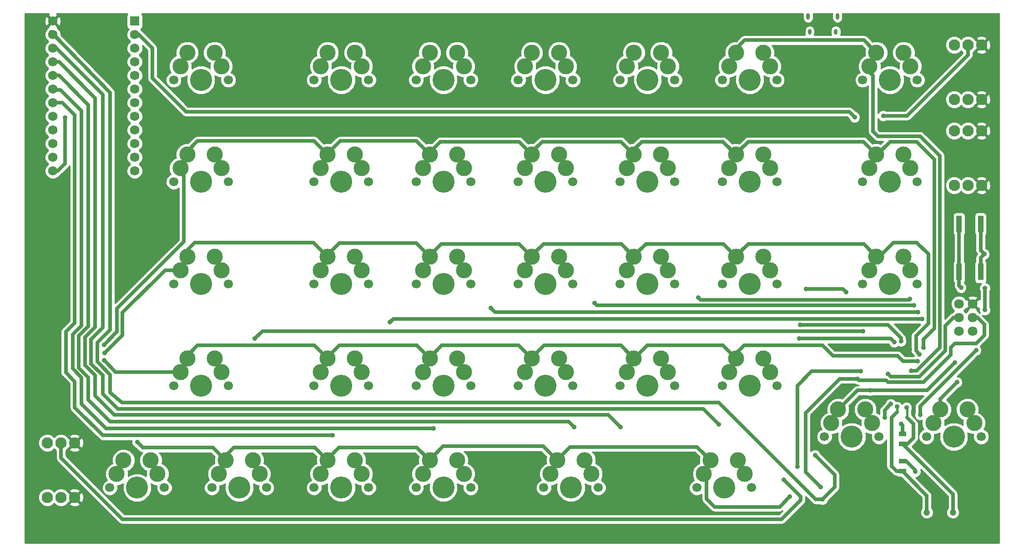
<source format=gbl>
G04 #@! TF.FileFunction,Copper,L2,Bot,Signal*
%FSLAX46Y46*%
G04 Gerber Fmt 4.6, Leading zero omitted, Abs format (unit mm)*
G04 Created by KiCad (PCBNEW 4.0.2-stable) date 7/10/2016 3:50:19 PM*
%MOMM*%
G01*
G04 APERTURE LIST*
%ADD10C,0.150000*%
%ADD11C,1.700000*%
%ADD12C,3.000000*%
%ADD13C,4.099560*%
%ADD14R,1.752600X1.752600*%
%ADD15C,1.752600*%
%ADD16O,0.700000X1.200000*%
%ADD17O,0.650000X1.050000*%
%ADD18C,1.800000*%
%ADD19R,1.397000X0.889000*%
%ADD20C,1.200000*%
%ADD21R,1.000000X3.100000*%
%ADD22C,2.100000*%
%ADD23C,0.889000*%
%ADD24C,0.635000*%
%ADD25C,0.381000*%
%ADD26C,0.254000*%
G04 APERTURE END LIST*
D10*
D11*
X231618600Y-109500000D03*
D12*
X223998600Y-104420000D03*
X230348600Y-106960000D03*
D13*
X226538600Y-109500000D03*
D12*
X229078600Y-104420000D03*
X222728600Y-106960000D03*
D11*
X221458600Y-109500000D03*
D14*
X74082000Y-32032000D03*
D15*
X74082000Y-34572000D03*
X74082000Y-37112000D03*
X74082000Y-39652000D03*
X74082000Y-42192000D03*
X74082000Y-44732000D03*
X74082000Y-47272000D03*
X74082000Y-49812000D03*
X74082000Y-52352000D03*
X74082000Y-54892000D03*
X74082000Y-57432000D03*
X74082000Y-59972000D03*
X58842000Y-59972000D03*
X58842000Y-57432000D03*
X58842000Y-54892000D03*
X58842000Y-52352000D03*
X58842000Y-49812000D03*
X58842000Y-47272000D03*
X58842000Y-44732000D03*
X58842000Y-37112000D03*
X58842000Y-34572000D03*
X58842000Y-32032000D03*
X58842000Y-42192000D03*
X58842000Y-39652000D03*
D16*
X204875000Y-31150000D03*
X199425000Y-31150000D03*
D17*
X204575000Y-34050000D03*
X199725000Y-34050000D03*
D18*
X227498000Y-89817000D03*
X227498000Y-87277000D03*
X227498000Y-84737000D03*
X230038000Y-89817000D03*
X230038000Y-87277000D03*
X230038000Y-84737000D03*
D19*
X216957000Y-110835500D03*
X216957000Y-108930500D03*
D20*
X226382000Y-123599000D03*
X221502000Y-123599000D03*
D21*
X231531500Y-78773000D03*
X227531000Y-69873000D03*
X231529000Y-69873000D03*
X227531000Y-78773000D03*
D19*
X216957000Y-115915500D03*
X216957000Y-114010500D03*
D11*
X117618600Y-100000000D03*
D12*
X109998600Y-94920000D03*
X116348600Y-97460000D03*
D13*
X112538600Y-100000000D03*
D12*
X115078600Y-94920000D03*
X108728600Y-97460000D03*
D11*
X107458600Y-100000000D03*
X136618600Y-62000000D03*
D12*
X128998600Y-56920000D03*
X135348600Y-59460000D03*
D13*
X131538600Y-62000000D03*
D12*
X134078600Y-56920000D03*
X127728600Y-59460000D03*
D11*
X126458600Y-62000000D03*
X117618600Y-43000000D03*
D12*
X109998600Y-37920000D03*
X116348600Y-40460000D03*
D13*
X112538600Y-43000000D03*
D12*
X115078600Y-37920000D03*
X108728600Y-40460000D03*
D11*
X107458600Y-43000000D03*
X91493600Y-43000000D03*
D12*
X83873600Y-37920000D03*
X90223600Y-40460000D03*
D13*
X86413600Y-43000000D03*
D12*
X88953600Y-37920000D03*
X82603600Y-40460000D03*
D11*
X81333600Y-43000000D03*
X91493600Y-62000000D03*
D12*
X83873600Y-56920000D03*
X90223600Y-59460000D03*
D13*
X86413600Y-62000000D03*
D12*
X88953600Y-56920000D03*
X82603600Y-59460000D03*
D11*
X81333600Y-62000000D03*
X91493600Y-81000000D03*
D12*
X83873600Y-75920000D03*
X90223600Y-78460000D03*
D13*
X86413600Y-81000000D03*
D12*
X88953600Y-75920000D03*
X82603600Y-78460000D03*
D11*
X81333600Y-81000000D03*
X91493600Y-100000000D03*
D12*
X83873600Y-94920000D03*
X90223600Y-97460000D03*
D13*
X86413600Y-100000000D03*
D12*
X88953600Y-94920000D03*
X82603600Y-97460000D03*
D11*
X81333600Y-100000000D03*
X98618600Y-119000000D03*
D12*
X90998600Y-113920000D03*
X97348600Y-116460000D03*
D13*
X93538600Y-119000000D03*
D12*
X96078600Y-113920000D03*
X89728600Y-116460000D03*
D11*
X88458600Y-119000000D03*
X79618600Y-119000000D03*
D12*
X71998600Y-113920000D03*
X78348600Y-116460000D03*
D13*
X74538600Y-119000000D03*
D12*
X77078600Y-113920000D03*
X70728600Y-116460000D03*
D11*
X69458600Y-119000000D03*
X117618600Y-62000000D03*
D12*
X109998600Y-56920000D03*
X116348600Y-59460000D03*
D13*
X112538600Y-62000000D03*
D12*
X115078600Y-56920000D03*
X108728600Y-59460000D03*
D11*
X107458600Y-62000000D03*
X117618600Y-81000000D03*
D12*
X109998600Y-75920000D03*
X116348600Y-78460000D03*
D13*
X112538600Y-81000000D03*
D12*
X115078600Y-75920000D03*
X108728600Y-78460000D03*
D11*
X107458600Y-81000000D03*
X117618600Y-119000000D03*
D12*
X109998600Y-113920000D03*
X116348600Y-116460000D03*
D13*
X112538600Y-119000000D03*
D12*
X115078600Y-113920000D03*
X108728600Y-116460000D03*
D11*
X107458600Y-119000000D03*
X136618600Y-43000000D03*
D12*
X128998600Y-37920000D03*
X135348600Y-40460000D03*
D13*
X131538600Y-43000000D03*
D12*
X134078600Y-37920000D03*
X127728600Y-40460000D03*
D11*
X126458600Y-43000000D03*
X136618600Y-81000000D03*
D12*
X128998600Y-75920000D03*
X135348600Y-78460000D03*
D13*
X131538600Y-81000000D03*
D12*
X134078600Y-75920000D03*
X127728600Y-78460000D03*
D11*
X126458600Y-81000000D03*
X136618600Y-100000000D03*
D12*
X128998600Y-94920000D03*
X135348600Y-97460000D03*
D13*
X131538600Y-100000000D03*
D12*
X134078600Y-94920000D03*
X127728600Y-97460000D03*
D11*
X126458600Y-100000000D03*
X136618600Y-119000000D03*
D12*
X128998600Y-113920000D03*
X135348600Y-116460000D03*
D13*
X131538600Y-119000000D03*
D12*
X134078600Y-113920000D03*
X127728600Y-116460000D03*
D11*
X126458600Y-119000000D03*
X155618600Y-43000000D03*
D12*
X147998600Y-37920000D03*
X154348600Y-40460000D03*
D13*
X150538600Y-43000000D03*
D12*
X153078600Y-37920000D03*
X146728600Y-40460000D03*
D11*
X145458600Y-43000000D03*
X155618600Y-62000000D03*
D12*
X147998600Y-56920000D03*
X154348600Y-59460000D03*
D13*
X150538600Y-62000000D03*
D12*
X153078600Y-56920000D03*
X146728600Y-59460000D03*
D11*
X145458600Y-62000000D03*
X155618600Y-81000000D03*
D12*
X147998600Y-75920000D03*
X154348600Y-78460000D03*
D13*
X150538600Y-81000000D03*
D12*
X153078600Y-75920000D03*
X146728600Y-78460000D03*
D11*
X145458600Y-81000000D03*
X155618600Y-100000000D03*
D12*
X147998600Y-94920000D03*
X154348600Y-97460000D03*
D13*
X150538600Y-100000000D03*
D12*
X153078600Y-94920000D03*
X146728600Y-97460000D03*
D11*
X145458600Y-100000000D03*
X174618600Y-43000000D03*
D12*
X166998600Y-37920000D03*
X173348600Y-40460000D03*
D13*
X169538600Y-43000000D03*
D12*
X172078600Y-37920000D03*
X165728600Y-40460000D03*
D11*
X164458600Y-43000000D03*
X174618600Y-62000000D03*
D12*
X166998600Y-56920000D03*
X173348600Y-59460000D03*
D13*
X169538600Y-62000000D03*
D12*
X172078600Y-56920000D03*
X165728600Y-59460000D03*
D11*
X164458600Y-62000000D03*
X174618600Y-81000000D03*
D12*
X166998600Y-75920000D03*
X173348600Y-78460000D03*
D13*
X169538600Y-81000000D03*
D12*
X172078600Y-75920000D03*
X165728600Y-78460000D03*
D11*
X164458600Y-81000000D03*
X174618600Y-100000000D03*
D12*
X166998600Y-94920000D03*
X173348600Y-97460000D03*
D13*
X169538600Y-100000000D03*
D12*
X172078600Y-94920000D03*
X165728600Y-97460000D03*
D11*
X164458600Y-100000000D03*
X160368600Y-119000000D03*
D12*
X152748600Y-113920000D03*
X159098600Y-116460000D03*
D13*
X155288600Y-119000000D03*
D12*
X157828600Y-113920000D03*
X151478600Y-116460000D03*
D11*
X150208600Y-119000000D03*
X193618600Y-43000000D03*
D12*
X185998600Y-37920000D03*
X192348600Y-40460000D03*
D13*
X188538600Y-43000000D03*
D12*
X191078600Y-37920000D03*
X184728600Y-40460000D03*
D11*
X183458600Y-43000000D03*
X193618600Y-62000000D03*
D12*
X185998600Y-56920000D03*
X192348600Y-59460000D03*
D13*
X188538600Y-62000000D03*
D12*
X191078600Y-56920000D03*
X184728600Y-59460000D03*
D11*
X183458600Y-62000000D03*
X193618600Y-81000000D03*
D12*
X185998600Y-75920000D03*
X192348600Y-78460000D03*
D13*
X188538600Y-81000000D03*
D12*
X191078600Y-75920000D03*
X184728600Y-78460000D03*
D11*
X183458600Y-81000000D03*
X193618600Y-100000000D03*
D12*
X185998600Y-94920000D03*
X192348600Y-97460000D03*
D13*
X188538600Y-100000000D03*
D12*
X191078600Y-94920000D03*
X184728600Y-97460000D03*
D11*
X183458600Y-100000000D03*
X188866000Y-119000000D03*
D12*
X181246000Y-113920000D03*
X187596000Y-116460000D03*
D13*
X183786000Y-119000000D03*
D12*
X186326000Y-113920000D03*
X179976000Y-116460000D03*
D11*
X178706000Y-119000000D03*
X219743600Y-43000000D03*
D12*
X212123600Y-37920000D03*
X218473600Y-40460000D03*
D13*
X214663600Y-43000000D03*
D12*
X217203600Y-37920000D03*
X210853600Y-40460000D03*
D11*
X209583600Y-43000000D03*
X219743600Y-62000000D03*
D12*
X212123600Y-56920000D03*
X218473600Y-59460000D03*
D13*
X214663600Y-62000000D03*
D12*
X217203600Y-56920000D03*
X210853600Y-59460000D03*
D11*
X209583600Y-62000000D03*
X219743600Y-81000000D03*
D12*
X212123600Y-75920000D03*
X218473600Y-78460000D03*
D13*
X214663600Y-81000000D03*
D12*
X217203600Y-75920000D03*
X210853600Y-78460000D03*
D11*
X209583600Y-81000000D03*
X212618600Y-109500000D03*
D12*
X204998600Y-104420000D03*
X211348600Y-106960000D03*
D13*
X207538600Y-109500000D03*
D12*
X210078600Y-104420000D03*
X203728600Y-106960000D03*
D11*
X202458600Y-109500000D03*
D22*
X231689000Y-36477000D03*
X229149000Y-36477000D03*
X226609000Y-36477000D03*
X231689000Y-46637000D03*
X229149000Y-46637000D03*
X226609000Y-46637000D03*
X231689000Y-52479000D03*
X229149000Y-52479000D03*
X226609000Y-52479000D03*
X231689000Y-62639000D03*
X229149000Y-62639000D03*
X226609000Y-62639000D03*
X62906000Y-110645000D03*
X60366000Y-110645000D03*
X57826000Y-110645000D03*
X62906000Y-120805000D03*
X60366000Y-120805000D03*
X57826000Y-120805000D03*
D23*
X206479500Y-82514500D03*
X199050000Y-81943000D03*
X61128000Y-50066000D03*
X219370000Y-115979000D03*
X216703000Y-107089000D03*
X213655000Y-105946000D03*
X214798000Y-103406000D03*
X232324000Y-81816000D03*
X232324000Y-85880000D03*
X232197000Y-75466000D03*
X205908000Y-43271500D03*
X199812000Y-47272000D03*
X205908000Y-37366000D03*
X213909000Y-93246000D03*
X218354000Y-93246000D03*
X200701000Y-105946000D03*
X232451000Y-100485000D03*
X227879000Y-100739000D03*
X215941000Y-103914000D03*
X217719000Y-104041000D03*
X227879000Y-81689000D03*
X220259000Y-105438000D03*
X230673000Y-93373000D03*
X208575000Y-98707000D03*
X201717000Y-118900000D03*
X226736000Y-95659000D03*
X210988000Y-100866000D03*
X196002000Y-120678000D03*
X74590000Y-110518000D03*
X214290000Y-97818000D03*
X96434000Y-91214000D03*
X209591000Y-89817000D03*
X110912000Y-109248000D03*
X121580000Y-88166000D03*
X220640000Y-87531000D03*
X129708000Y-107978000D03*
X140376000Y-85499000D03*
X219878000Y-86261000D03*
X159680000Y-84610000D03*
X219116000Y-84991000D03*
X155870000Y-107724000D03*
X178984000Y-83594000D03*
X218354000Y-83848000D03*
X164506000Y-107724000D03*
X216703000Y-91722000D03*
X197907000Y-88674000D03*
X182794000Y-107216000D03*
X202098000Y-121186000D03*
X215433000Y-91849000D03*
X200701000Y-112931000D03*
X197780000Y-91214000D03*
X218608000Y-97183000D03*
X219751000Y-95405000D03*
X68367000Y-95278000D03*
X227117000Y-99342000D03*
X68494000Y-93881000D03*
X220132000Y-94135000D03*
X68367000Y-92357000D03*
X220894000Y-92865000D03*
X208067000Y-49939000D03*
X213401000Y-49685000D03*
X197399000Y-115090000D03*
X209210000Y-97310000D03*
X194859000Y-117503000D03*
D24*
X205908000Y-81943000D02*
X206479500Y-82514500D01*
X199050000Y-81943000D02*
X205908000Y-81943000D01*
X231529000Y-69873000D02*
X231529000Y-74798000D01*
X231529000Y-74798000D02*
X232197000Y-75466000D01*
X58842000Y-59972000D02*
X59731000Y-59972000D01*
X61128000Y-58575000D02*
X61128000Y-50066000D01*
X59731000Y-59972000D02*
X61128000Y-58575000D01*
X216957000Y-114010500D02*
X217655500Y-114010500D01*
X219370000Y-115725000D02*
X219370000Y-115979000D01*
X217655500Y-114010500D02*
X219370000Y-115725000D01*
X216957000Y-107343000D02*
X216957000Y-108930500D01*
D25*
X216703000Y-107089000D02*
X216957000Y-107343000D01*
D24*
X213655000Y-104549000D02*
X213655000Y-105946000D01*
X214798000Y-103406000D02*
X213655000Y-104549000D01*
X232324000Y-85880000D02*
X232324000Y-81816000D01*
X231531500Y-78773000D02*
X231531500Y-76131500D01*
X231531500Y-76131500D02*
X232197000Y-75466000D01*
X201907500Y-47272000D02*
X199812000Y-47272000D01*
X201907500Y-47272000D02*
X205908000Y-43271500D01*
X213909000Y-93246000D02*
X218354000Y-93246000D01*
D25*
X232451000Y-100485000D02*
X228133000Y-100485000D01*
X228133000Y-100485000D02*
X227879000Y-100739000D01*
D24*
X215877500Y-115915500D02*
X214925000Y-114963000D01*
X214925000Y-114963000D02*
X214925000Y-105946000D01*
X214925000Y-105946000D02*
X215941000Y-104930000D01*
X215877500Y-115915500D02*
X216957000Y-115915500D01*
D25*
X215941000Y-103914000D02*
X215941000Y-104930000D01*
D24*
X221502000Y-123599000D02*
X221502000Y-120460500D01*
X221502000Y-120460500D02*
X216957000Y-115915500D01*
X218989000Y-107089000D02*
X217846000Y-105946000D01*
X217909500Y-110835500D02*
X216957000Y-110835500D01*
X217909500Y-110835500D02*
X218989000Y-109756000D01*
X218989000Y-109756000D02*
X218989000Y-107089000D01*
D25*
X217846000Y-104168000D02*
X217846000Y-105946000D01*
X217719000Y-104041000D02*
X217846000Y-104168000D01*
D24*
X226382000Y-123599000D02*
X226382000Y-120260500D01*
X226382000Y-120260500D02*
X216957000Y-110835500D01*
X227531000Y-69873000D02*
X227531000Y-78773000D01*
X227531000Y-78773000D02*
X227531000Y-81341000D01*
X227531000Y-81341000D02*
X227879000Y-81689000D01*
X220259000Y-103787000D02*
X220259000Y-105438000D01*
X230673000Y-93373000D02*
X220259000Y-103787000D01*
X230038000Y-87277000D02*
X230927000Y-87277000D01*
X230927000Y-87277000D02*
X232197000Y-88547000D01*
X226736000Y-92103000D02*
X225974000Y-92865000D01*
X225974000Y-92865000D02*
X225974000Y-94262000D01*
X225974000Y-94262000D02*
X220894000Y-99342000D01*
X213909000Y-98961000D02*
X208829000Y-98961000D01*
X214290000Y-99342000D02*
X213909000Y-98961000D01*
X220894000Y-99342000D02*
X214290000Y-99342000D01*
X230673000Y-92103000D02*
X229403000Y-92103000D01*
X229403000Y-92103000D02*
X228133000Y-92103000D01*
X208575000Y-98707000D02*
X208829000Y-98961000D01*
X228133000Y-92103000D02*
X226736000Y-92103000D01*
X232197000Y-90579000D02*
X230673000Y-92103000D01*
X232197000Y-88547000D02*
X232197000Y-90579000D01*
X230038000Y-87277000D02*
X230419000Y-87277000D01*
X205273000Y-98707000D02*
X208575000Y-98707000D01*
X198923000Y-105057000D02*
X205273000Y-98707000D01*
X198923000Y-116106000D02*
X198923000Y-105057000D01*
X201717000Y-118900000D02*
X198923000Y-116106000D01*
X221529000Y-100866000D02*
X210988000Y-100866000D01*
X226736000Y-95659000D02*
X221529000Y-100866000D01*
X208575000Y-100866000D02*
X210988000Y-100866000D01*
X208575000Y-100866000D02*
X205021000Y-104420000D01*
X204998600Y-104420000D02*
X205021000Y-104420000D01*
X204998600Y-104420000D02*
X205783000Y-104420000D01*
X180508000Y-117757000D02*
X180508000Y-121059000D01*
X180508000Y-121059000D02*
X182032000Y-122583000D01*
X182032000Y-122583000D02*
X194097000Y-122583000D01*
X194097000Y-122583000D02*
X196002000Y-120678000D01*
X179976000Y-117225000D02*
X180508000Y-117757000D01*
X179976000Y-116460000D02*
X179976000Y-117225000D01*
X152748600Y-113920000D02*
X152748600Y-113766400D01*
X152748600Y-113766400D02*
X155108000Y-111407000D01*
X178733000Y-111407000D02*
X181246000Y-113920000D01*
X155108000Y-111407000D02*
X178733000Y-111407000D01*
X128998600Y-113920000D02*
X128998600Y-113767400D01*
X128998600Y-113767400D02*
X131486000Y-111280000D01*
X150108600Y-111280000D02*
X152748600Y-113920000D01*
X131486000Y-111280000D02*
X150108600Y-111280000D01*
X109998600Y-113920000D02*
X109998600Y-113590400D01*
X109998600Y-113590400D02*
X112055000Y-111534000D01*
X126612600Y-111534000D02*
X128998600Y-113920000D01*
X112055000Y-111534000D02*
X126612600Y-111534000D01*
X90998600Y-113920000D02*
X90998600Y-113032400D01*
X90998600Y-113032400D02*
X92497000Y-111534000D01*
X107612600Y-111534000D02*
X109998600Y-113920000D01*
X92497000Y-111534000D02*
X107612600Y-111534000D01*
X88612600Y-111534000D02*
X90998600Y-113920000D01*
X75606000Y-111534000D02*
X88612600Y-111534000D01*
X74590000Y-110518000D02*
X75606000Y-111534000D01*
X90998600Y-113920000D02*
X90946000Y-113920000D01*
X214290000Y-97818000D02*
X214798000Y-98326000D01*
X226482000Y-87277000D02*
X224958000Y-88801000D01*
X226482000Y-87277000D02*
X227498000Y-87277000D01*
X220132000Y-98326000D02*
X216957000Y-98326000D01*
X224958000Y-93500000D02*
X220132000Y-98326000D01*
X224958000Y-88801000D02*
X224958000Y-93500000D01*
X216957000Y-98326000D02*
X214798000Y-98326000D01*
X96434000Y-91214000D02*
X97831000Y-89817000D01*
X97831000Y-89817000D02*
X209591000Y-89817000D01*
X58842000Y-47272000D02*
X60620000Y-47272000D01*
X62906000Y-99215000D02*
X61255000Y-97564000D01*
X61255000Y-97564000D02*
X61255000Y-89944000D01*
X61255000Y-89944000D02*
X62906000Y-88293000D01*
X62906000Y-88293000D02*
X62906000Y-85372000D01*
X68240000Y-109248000D02*
X68113000Y-109248000D01*
X68240000Y-109248000D02*
X110658000Y-109248000D01*
X62906000Y-49558000D02*
X62906000Y-85372000D01*
X62906000Y-100358000D02*
X62906000Y-100739000D01*
X110658000Y-109248000D02*
X110912000Y-109248000D01*
X62906000Y-104041000D02*
X62906000Y-100739000D01*
X68113000Y-109248000D02*
X62906000Y-104041000D01*
X62906000Y-100358000D02*
X62906000Y-99215000D01*
X60620000Y-47272000D02*
X62906000Y-49558000D01*
X121580000Y-88166000D02*
X122215000Y-87531000D01*
X122215000Y-87531000D02*
X220640000Y-87531000D01*
X64176000Y-48796000D02*
X60239000Y-44859000D01*
X64176000Y-88801000D02*
X62525000Y-90452000D01*
X62525000Y-90452000D02*
X62525000Y-96802000D01*
X62525000Y-96802000D02*
X64176000Y-98453000D01*
X64176000Y-103152000D02*
X64176000Y-103406000D01*
X64176000Y-103152000D02*
X64176000Y-100612000D01*
X129708000Y-107978000D02*
X128438000Y-107978000D01*
X64176000Y-48796000D02*
X64176000Y-88420000D01*
X64176000Y-98453000D02*
X64176000Y-100612000D01*
X68748000Y-107978000D02*
X128438000Y-107978000D01*
X64176000Y-103406000D02*
X68748000Y-107978000D01*
X64176000Y-88420000D02*
X64176000Y-88801000D01*
X60239000Y-44859000D02*
X58969000Y-44859000D01*
X58969000Y-44859000D02*
X58842000Y-44732000D01*
X140376000Y-85499000D02*
X141138000Y-86261000D01*
X141138000Y-86261000D02*
X219878000Y-86261000D01*
X65446000Y-48796000D02*
X65446000Y-47653000D01*
X65446000Y-88928000D02*
X63668000Y-90706000D01*
X63668000Y-90706000D02*
X63668000Y-96675000D01*
X63668000Y-96675000D02*
X65446000Y-98453000D01*
X65446000Y-88420000D02*
X65446000Y-88801000D01*
X65446000Y-102644000D02*
X69510000Y-106708000D01*
X154854000Y-106708000D02*
X69510000Y-106708000D01*
X65446000Y-98453000D02*
X65446000Y-99850000D01*
X65446000Y-48796000D02*
X65446000Y-88420000D01*
X65446000Y-102390000D02*
X65446000Y-99850000D01*
X65446000Y-102390000D02*
X65446000Y-102644000D01*
X65446000Y-88801000D02*
X65446000Y-88928000D01*
X59985000Y-42192000D02*
X58842000Y-42192000D01*
X65446000Y-47653000D02*
X59985000Y-42192000D01*
X159680000Y-84610000D02*
X160061000Y-84991000D01*
X160061000Y-84991000D02*
X219116000Y-84991000D01*
X155870000Y-107724000D02*
X154854000Y-106708000D01*
X154854000Y-106708000D02*
X153584000Y-106708000D01*
X66716000Y-46510000D02*
X66716000Y-46383000D01*
X66716000Y-88420000D02*
X66716000Y-89055000D01*
X66716000Y-101882000D02*
X66716000Y-98453000D01*
X70653000Y-105438000D02*
X70272000Y-105438000D01*
X66716000Y-46510000D02*
X66716000Y-88420000D01*
X70272000Y-105438000D02*
X66716000Y-101882000D01*
X66716000Y-98072000D02*
X66716000Y-98453000D01*
X64811000Y-96167000D02*
X66716000Y-98072000D01*
X64811000Y-90960000D02*
X64811000Y-96167000D01*
X66716000Y-89055000D02*
X64811000Y-90960000D01*
X59985000Y-39652000D02*
X58842000Y-39652000D01*
X66716000Y-46383000D02*
X59985000Y-39652000D01*
X178984000Y-83594000D02*
X179365000Y-83975000D01*
X179365000Y-83975000D02*
X218227000Y-83975000D01*
X218227000Y-83975000D02*
X218354000Y-83848000D01*
X162220000Y-105438000D02*
X164506000Y-107724000D01*
X160696000Y-105438000D02*
X162220000Y-105438000D01*
X70653000Y-105438000D02*
X160696000Y-105438000D01*
X70526000Y-105438000D02*
X70653000Y-105438000D01*
X58842000Y-37112000D02*
X59477000Y-37112000D01*
X59477000Y-37112000D02*
X68113000Y-45748000D01*
X216703000Y-91722000D02*
X216703000Y-91087000D01*
X214290000Y-88674000D02*
X197907000Y-88674000D01*
X216703000Y-91087000D02*
X214290000Y-88674000D01*
X68113000Y-88420000D02*
X68113000Y-89182000D01*
X68113000Y-45748000D02*
X68113000Y-88420000D01*
X68113000Y-98453000D02*
X68113000Y-101501000D01*
X68113000Y-101501000D02*
X70907000Y-104295000D01*
X70907000Y-104295000D02*
X179873000Y-104295000D01*
X179873000Y-104295000D02*
X182794000Y-107216000D01*
X68113000Y-98072000D02*
X68113000Y-98453000D01*
X65954000Y-95913000D02*
X68113000Y-98072000D01*
X65954000Y-91341000D02*
X65954000Y-95913000D01*
X68113000Y-89182000D02*
X65954000Y-91341000D01*
X204384000Y-116614000D02*
X204384000Y-118900000D01*
X204384000Y-118900000D02*
X202098000Y-121186000D01*
X69510000Y-97945000D02*
X67097000Y-95532000D01*
X69510000Y-98199000D02*
X69510000Y-97945000D01*
X69510000Y-89563000D02*
X69510000Y-88420000D01*
X69510000Y-45370137D02*
X58476300Y-34064000D01*
X200828000Y-121186000D02*
X202098000Y-121186000D01*
X182794000Y-103152000D02*
X200828000Y-121186000D01*
X71669000Y-103152000D02*
X182794000Y-103152000D01*
X69510000Y-101247000D02*
X71669000Y-103152000D01*
X69510000Y-98453000D02*
X69510000Y-101247000D01*
X69510000Y-45370137D02*
X69510000Y-88420000D01*
X69510000Y-98453000D02*
X69510000Y-98199000D01*
X67097000Y-91976000D02*
X69510000Y-89563000D01*
X67097000Y-95532000D02*
X67097000Y-91976000D01*
X197780000Y-91214000D02*
X214798000Y-91214000D01*
X200701000Y-112931000D02*
X204384000Y-116614000D01*
X204384000Y-116614000D02*
X204384000Y-116614000D01*
X214798000Y-91214000D02*
X215433000Y-91849000D01*
X58842000Y-34064000D02*
X58476300Y-34064000D01*
X210853600Y-40460000D02*
X210853600Y-41549600D01*
X210853600Y-41549600D02*
X211496000Y-42192000D01*
X221021000Y-95786000D02*
X219624000Y-97183000D01*
X223942000Y-92865000D02*
X221021000Y-95786000D01*
X223942000Y-65560000D02*
X223942000Y-92865000D01*
X219624000Y-97183000D02*
X218608000Y-97183000D01*
X223942000Y-57178000D02*
X223942000Y-65560000D01*
X220259000Y-53495000D02*
X223942000Y-57178000D01*
X212385000Y-53495000D02*
X220259000Y-53495000D01*
X211496000Y-52606000D02*
X212385000Y-53495000D01*
X211496000Y-42192000D02*
X211496000Y-52606000D01*
D25*
X212123600Y-37920000D02*
X212123600Y-36992400D01*
X210853600Y-40460000D02*
X210853600Y-41041600D01*
D24*
X185998600Y-37920000D02*
X185998600Y-37209400D01*
X185998600Y-37209400D02*
X187620000Y-35588000D01*
X209791600Y-35588000D02*
X212123600Y-37920000D01*
X187620000Y-35588000D02*
X209791600Y-35588000D01*
X219751000Y-95405000D02*
X217084000Y-95405000D01*
X187493000Y-92484000D02*
X185998600Y-93978400D01*
X199939000Y-92484000D02*
X202098000Y-92484000D01*
X187493000Y-92484000D02*
X199939000Y-92484000D01*
X204003000Y-94389000D02*
X202098000Y-92484000D01*
X216068000Y-94389000D02*
X204003000Y-94389000D01*
X217084000Y-95405000D02*
X216068000Y-94389000D01*
X70549000Y-97460000D02*
X68367000Y-95278000D01*
X70549000Y-97460000D02*
X82603600Y-97460000D01*
X223998600Y-104420000D02*
X223998600Y-102460400D01*
X223998600Y-102460400D02*
X227117000Y-99342000D01*
X185998600Y-94920000D02*
X185998600Y-93978400D01*
D25*
X185998600Y-94920000D02*
X185998600Y-94359400D01*
D24*
X166998600Y-94920000D02*
X167023000Y-94920000D01*
X167023000Y-94920000D02*
X169459000Y-92484000D01*
X183562600Y-92484000D02*
X185998600Y-94920000D01*
X169459000Y-92484000D02*
X183562600Y-92484000D01*
X147998600Y-94920000D02*
X147998600Y-94767400D01*
X147998600Y-94767400D02*
X150282000Y-92484000D01*
X164562600Y-92484000D02*
X166998600Y-94920000D01*
X150282000Y-92484000D02*
X164562600Y-92484000D01*
X128998600Y-94920000D02*
X128998600Y-94717400D01*
X128998600Y-94717400D02*
X131232000Y-92484000D01*
X145562600Y-92484000D02*
X147998600Y-94920000D01*
X131232000Y-92484000D02*
X145562600Y-92484000D01*
X109998600Y-94920000D02*
X109998600Y-94667400D01*
X109998600Y-94667400D02*
X112182000Y-92484000D01*
X126562600Y-92484000D02*
X128998600Y-94920000D01*
X112182000Y-92484000D02*
X126562600Y-92484000D01*
X83873600Y-94920000D02*
X83873600Y-94376400D01*
X83873600Y-94376400D02*
X85766000Y-92484000D01*
X107562600Y-92484000D02*
X109998600Y-94920000D01*
X85766000Y-92484000D02*
X107562600Y-92484000D01*
X79724000Y-78460000D02*
X71796000Y-86388000D01*
X71796000Y-86388000D02*
X71796000Y-90579000D01*
X71796000Y-90579000D02*
X68494000Y-93881000D01*
X79724000Y-78460000D02*
X82603600Y-78460000D01*
X221783000Y-88420000D02*
X219497000Y-90706000D01*
X219497000Y-90706000D02*
X219497000Y-93500000D01*
X219497000Y-93500000D02*
X220132000Y-94135000D01*
X219624000Y-73307000D02*
X221783000Y-75466000D01*
X215306000Y-73307000D02*
X219624000Y-73307000D01*
X215306000Y-73307000D02*
X212693000Y-75920000D01*
X221783000Y-75466000D02*
X221783000Y-88420000D01*
D25*
X212123600Y-75920000D02*
X212693000Y-75920000D01*
D24*
X185998600Y-75920000D02*
X185998600Y-75817400D01*
X185998600Y-75817400D02*
X188255000Y-73561000D01*
X188255000Y-73561000D02*
X209764600Y-73561000D01*
X209764600Y-73561000D02*
X212123600Y-75920000D01*
X166998600Y-75920000D02*
X166998600Y-75767400D01*
X166998600Y-75767400D02*
X169205000Y-73561000D01*
X183639600Y-73561000D02*
X185998600Y-75920000D01*
X169205000Y-73561000D02*
X183639600Y-73561000D01*
X147998600Y-75920000D02*
X147998600Y-75717400D01*
X147998600Y-75717400D02*
X150155000Y-73561000D01*
X164639600Y-73561000D02*
X166998600Y-75920000D01*
X150155000Y-73561000D02*
X164639600Y-73561000D01*
X128998600Y-75920000D02*
X128998600Y-75667400D01*
X128998600Y-75667400D02*
X131105000Y-73561000D01*
X145639600Y-73561000D02*
X147998600Y-75920000D01*
X131105000Y-73561000D02*
X145639600Y-73561000D01*
X109998600Y-75920000D02*
X109998600Y-75617400D01*
X109998600Y-75617400D02*
X112182000Y-73434000D01*
X126512600Y-73434000D02*
X128998600Y-75920000D01*
X112182000Y-73434000D02*
X126512600Y-73434000D01*
X83873600Y-75920000D02*
X83873600Y-74691400D01*
X83873600Y-74691400D02*
X85258000Y-73307000D01*
X107385600Y-73307000D02*
X109998600Y-75920000D01*
X85258000Y-73307000D02*
X107385600Y-73307000D01*
X70780000Y-85626000D02*
X70780000Y-87531000D01*
X70780000Y-87531000D02*
X70780000Y-89944000D01*
X70780000Y-89944000D02*
X68367000Y-92357000D01*
X83226000Y-60861000D02*
X83226000Y-73180000D01*
X83226000Y-73180000D02*
X70780000Y-85626000D01*
X83226000Y-60861000D02*
X82603600Y-60238600D01*
X82603600Y-59460000D02*
X82603600Y-60238600D01*
X214671000Y-54511000D02*
X219624000Y-54511000D01*
X219624000Y-54511000D02*
X222926000Y-57813000D01*
X222926000Y-57813000D02*
X222926000Y-89309000D01*
X222926000Y-89309000D02*
X220894000Y-91341000D01*
X220894000Y-91341000D02*
X220894000Y-92865000D01*
X214671000Y-54511000D02*
X212262000Y-56920000D01*
X212123600Y-56920000D02*
X212262000Y-56920000D01*
D25*
X212123600Y-56920000D02*
X212123600Y-56677400D01*
X185998600Y-56920000D02*
X185998600Y-56767400D01*
D24*
X185998600Y-56767400D02*
X188255000Y-54511000D01*
X209714600Y-54511000D02*
X212123600Y-56920000D01*
X188255000Y-54511000D02*
X209714600Y-54511000D01*
X166998600Y-56920000D02*
X166998600Y-55955400D01*
X166998600Y-55955400D02*
X168443000Y-54511000D01*
X183589600Y-54511000D02*
X185998600Y-56920000D01*
X168443000Y-54511000D02*
X183589600Y-54511000D01*
X147998600Y-56920000D02*
X147998600Y-56413400D01*
X147998600Y-56413400D02*
X149901000Y-54511000D01*
X164589600Y-54511000D02*
X166998600Y-56920000D01*
X149901000Y-54511000D02*
X164589600Y-54511000D01*
X128998600Y-56920000D02*
X128998600Y-56490400D01*
X128998600Y-56490400D02*
X130978000Y-54511000D01*
X145589600Y-54511000D02*
X147998600Y-56920000D01*
X130978000Y-54511000D02*
X145589600Y-54511000D01*
X109998600Y-56920000D02*
X109998600Y-56694400D01*
X109998600Y-56694400D02*
X112309000Y-54384000D01*
X126462600Y-54384000D02*
X128998600Y-56920000D01*
X112309000Y-54384000D02*
X126462600Y-54384000D01*
X83873600Y-56920000D02*
X83873600Y-56276400D01*
X83873600Y-56276400D02*
X85766000Y-54384000D01*
X107462600Y-54384000D02*
X109998600Y-56920000D01*
X85766000Y-54384000D02*
X107462600Y-54384000D01*
X82603600Y-59460000D02*
X82603600Y-60365600D01*
X229149000Y-36477000D02*
X229149000Y-38382000D01*
X74844000Y-34572000D02*
X74082000Y-34572000D01*
X77384000Y-37112000D02*
X74844000Y-34572000D01*
X77384000Y-42700000D02*
X77384000Y-37112000D01*
X83607000Y-48923000D02*
X77384000Y-42700000D01*
X207051000Y-48923000D02*
X83607000Y-48923000D01*
X208067000Y-49939000D02*
X207051000Y-48923000D01*
X217846000Y-49685000D02*
X213401000Y-49685000D01*
X229149000Y-38382000D02*
X217846000Y-49685000D01*
X74209000Y-34572000D02*
X74082000Y-34572000D01*
X200066000Y-97310000D02*
X197399000Y-99977000D01*
X197399000Y-99977000D02*
X197399000Y-115090000D01*
X209210000Y-97310000D02*
X200066000Y-97310000D01*
X60366000Y-113439000D02*
X60366000Y-110645000D01*
X71796000Y-124869000D02*
X60366000Y-113439000D01*
X194478000Y-124869000D02*
X71796000Y-124869000D01*
X198034000Y-121313000D02*
X194478000Y-124869000D01*
X198034000Y-120678000D02*
X198034000Y-121313000D01*
X194859000Y-117503000D02*
X198034000Y-120678000D01*
D26*
G36*
X58042104Y-30714973D02*
X57958604Y-30968999D01*
X58842000Y-31852395D01*
X59725396Y-30968999D01*
X59641896Y-30714973D01*
X59559646Y-30685000D01*
X72764531Y-30685000D01*
X72754259Y-30691610D01*
X72609269Y-30903810D01*
X72558260Y-31155700D01*
X72558260Y-32908300D01*
X72602538Y-33143617D01*
X72741610Y-33359741D01*
X72953810Y-33504731D01*
X73002157Y-33514522D01*
X72801529Y-33714800D01*
X72570963Y-34270065D01*
X72570438Y-34871297D01*
X72800035Y-35426964D01*
X73214698Y-35842351D01*
X72801529Y-36254800D01*
X72570963Y-36810065D01*
X72570438Y-37411297D01*
X72800035Y-37966964D01*
X73214698Y-38382351D01*
X72801529Y-38794800D01*
X72570963Y-39350065D01*
X72570438Y-39951297D01*
X72800035Y-40506964D01*
X73214698Y-40922351D01*
X72801529Y-41334800D01*
X72570963Y-41890065D01*
X72570438Y-42491297D01*
X72800035Y-43046964D01*
X73214698Y-43462351D01*
X72801529Y-43874800D01*
X72570963Y-44430065D01*
X72570438Y-45031297D01*
X72800035Y-45586964D01*
X73214698Y-46002351D01*
X72801529Y-46414800D01*
X72570963Y-46970065D01*
X72570438Y-47571297D01*
X72800035Y-48126964D01*
X73214698Y-48542351D01*
X72801529Y-48954800D01*
X72570963Y-49510065D01*
X72570438Y-50111297D01*
X72800035Y-50666964D01*
X73214698Y-51082351D01*
X72801529Y-51494800D01*
X72570963Y-52050065D01*
X72570438Y-52651297D01*
X72800035Y-53206964D01*
X73214698Y-53622351D01*
X72801529Y-54034800D01*
X72570963Y-54590065D01*
X72570438Y-55191297D01*
X72800035Y-55746964D01*
X73214698Y-56162351D01*
X72801529Y-56574800D01*
X72570963Y-57130065D01*
X72570438Y-57731297D01*
X72800035Y-58286964D01*
X73214698Y-58702351D01*
X72801529Y-59114800D01*
X72570963Y-59670065D01*
X72570438Y-60271297D01*
X72800035Y-60826964D01*
X73224800Y-61252471D01*
X73780065Y-61483037D01*
X74381297Y-61483562D01*
X74936964Y-61253965D01*
X75362471Y-60829200D01*
X75593037Y-60273935D01*
X75593562Y-59672703D01*
X75363965Y-59117036D01*
X74949302Y-58701649D01*
X75362471Y-58289200D01*
X75593037Y-57733935D01*
X75593562Y-57132703D01*
X75363965Y-56577036D01*
X74949302Y-56161649D01*
X75362471Y-55749200D01*
X75593037Y-55193935D01*
X75593562Y-54592703D01*
X75363965Y-54037036D01*
X74949302Y-53621649D01*
X75362471Y-53209200D01*
X75593037Y-52653935D01*
X75593562Y-52052703D01*
X75363965Y-51497036D01*
X74949302Y-51081649D01*
X75362471Y-50669200D01*
X75593037Y-50113935D01*
X75593562Y-49512703D01*
X75363965Y-48957036D01*
X74949302Y-48541649D01*
X75362471Y-48129200D01*
X75593037Y-47573935D01*
X75593562Y-46972703D01*
X75363965Y-46417036D01*
X74949302Y-46001649D01*
X75362471Y-45589200D01*
X75593037Y-45033935D01*
X75593562Y-44432703D01*
X75363965Y-43877036D01*
X74949302Y-43461649D01*
X75362471Y-43049200D01*
X75593037Y-42493935D01*
X75593562Y-41892703D01*
X75363965Y-41337036D01*
X74949302Y-40921649D01*
X75362471Y-40509200D01*
X75593037Y-39953935D01*
X75593562Y-39352703D01*
X75363965Y-38797036D01*
X74949302Y-38381649D01*
X75362471Y-37969200D01*
X75593037Y-37413935D01*
X75593562Y-36812703D01*
X75492095Y-36567133D01*
X76431500Y-37506539D01*
X76431500Y-42700000D01*
X76504005Y-43064506D01*
X76710481Y-43373519D01*
X82933481Y-49596519D01*
X83242494Y-49802995D01*
X83607000Y-49875500D01*
X206656462Y-49875500D01*
X207025031Y-50244069D01*
X207151311Y-50549689D01*
X207454714Y-50853622D01*
X207851332Y-51018313D01*
X208280784Y-51018687D01*
X208677689Y-50854689D01*
X208981622Y-50551286D01*
X209146313Y-50154668D01*
X209146687Y-49725216D01*
X208982689Y-49328311D01*
X208679286Y-49024378D01*
X208371691Y-48896653D01*
X207724519Y-48249481D01*
X207415506Y-48043005D01*
X207051000Y-47970500D01*
X84001538Y-47970500D01*
X79325127Y-43294089D01*
X79848343Y-43294089D01*
X80073944Y-43840086D01*
X80491317Y-44258188D01*
X81036919Y-44484742D01*
X81627689Y-44485257D01*
X82173686Y-44259656D01*
X82591788Y-43842283D01*
X82818342Y-43296681D01*
X82818857Y-42705911D01*
X82773091Y-42595149D01*
X83026415Y-42595370D01*
X83808819Y-42272086D01*
X83729287Y-42463621D01*
X83728355Y-43531693D01*
X84136227Y-44518819D01*
X84890809Y-45274719D01*
X85877221Y-45684313D01*
X86945293Y-45685245D01*
X87932419Y-45277373D01*
X88688319Y-44522791D01*
X89097913Y-43536379D01*
X89098845Y-42468307D01*
X89017245Y-42270821D01*
X89797059Y-42594628D01*
X90053897Y-42594852D01*
X90008858Y-42703319D01*
X90008343Y-43294089D01*
X90233944Y-43840086D01*
X90651317Y-44258188D01*
X91196919Y-44484742D01*
X91787689Y-44485257D01*
X92333686Y-44259656D01*
X92751788Y-43842283D01*
X92978342Y-43296681D01*
X92978344Y-43294089D01*
X105973343Y-43294089D01*
X106198944Y-43840086D01*
X106616317Y-44258188D01*
X107161919Y-44484742D01*
X107752689Y-44485257D01*
X108298686Y-44259656D01*
X108716788Y-43842283D01*
X108943342Y-43296681D01*
X108943857Y-42705911D01*
X108898091Y-42595149D01*
X109151415Y-42595370D01*
X109933819Y-42272086D01*
X109854287Y-42463621D01*
X109853355Y-43531693D01*
X110261227Y-44518819D01*
X111015809Y-45274719D01*
X112002221Y-45684313D01*
X113070293Y-45685245D01*
X114057419Y-45277373D01*
X114813319Y-44522791D01*
X115222913Y-43536379D01*
X115223845Y-42468307D01*
X115142245Y-42270821D01*
X115922059Y-42594628D01*
X116178897Y-42594852D01*
X116133858Y-42703319D01*
X116133343Y-43294089D01*
X116358944Y-43840086D01*
X116776317Y-44258188D01*
X117321919Y-44484742D01*
X117912689Y-44485257D01*
X118458686Y-44259656D01*
X118876788Y-43842283D01*
X119103342Y-43296681D01*
X119103344Y-43294089D01*
X124973343Y-43294089D01*
X125198944Y-43840086D01*
X125616317Y-44258188D01*
X126161919Y-44484742D01*
X126752689Y-44485257D01*
X127298686Y-44259656D01*
X127716788Y-43842283D01*
X127943342Y-43296681D01*
X127943857Y-42705911D01*
X127898091Y-42595149D01*
X128151415Y-42595370D01*
X128933819Y-42272086D01*
X128854287Y-42463621D01*
X128853355Y-43531693D01*
X129261227Y-44518819D01*
X130015809Y-45274719D01*
X131002221Y-45684313D01*
X132070293Y-45685245D01*
X133057419Y-45277373D01*
X133813319Y-44522791D01*
X134222913Y-43536379D01*
X134223845Y-42468307D01*
X134142245Y-42270821D01*
X134922059Y-42594628D01*
X135178897Y-42594852D01*
X135133858Y-42703319D01*
X135133343Y-43294089D01*
X135358944Y-43840086D01*
X135776317Y-44258188D01*
X136321919Y-44484742D01*
X136912689Y-44485257D01*
X137458686Y-44259656D01*
X137876788Y-43842283D01*
X138103342Y-43296681D01*
X138103344Y-43294089D01*
X143973343Y-43294089D01*
X144198944Y-43840086D01*
X144616317Y-44258188D01*
X145161919Y-44484742D01*
X145752689Y-44485257D01*
X146298686Y-44259656D01*
X146716788Y-43842283D01*
X146943342Y-43296681D01*
X146943857Y-42705911D01*
X146898091Y-42595149D01*
X147151415Y-42595370D01*
X147933819Y-42272086D01*
X147854287Y-42463621D01*
X147853355Y-43531693D01*
X148261227Y-44518819D01*
X149015809Y-45274719D01*
X150002221Y-45684313D01*
X151070293Y-45685245D01*
X152057419Y-45277373D01*
X152813319Y-44522791D01*
X153222913Y-43536379D01*
X153223845Y-42468307D01*
X153142245Y-42270821D01*
X153922059Y-42594628D01*
X154178897Y-42594852D01*
X154133858Y-42703319D01*
X154133343Y-43294089D01*
X154358944Y-43840086D01*
X154776317Y-44258188D01*
X155321919Y-44484742D01*
X155912689Y-44485257D01*
X156458686Y-44259656D01*
X156876788Y-43842283D01*
X157103342Y-43296681D01*
X157103344Y-43294089D01*
X162973343Y-43294089D01*
X163198944Y-43840086D01*
X163616317Y-44258188D01*
X164161919Y-44484742D01*
X164752689Y-44485257D01*
X165298686Y-44259656D01*
X165716788Y-43842283D01*
X165943342Y-43296681D01*
X165943857Y-42705911D01*
X165898091Y-42595149D01*
X166151415Y-42595370D01*
X166933819Y-42272086D01*
X166854287Y-42463621D01*
X166853355Y-43531693D01*
X167261227Y-44518819D01*
X168015809Y-45274719D01*
X169002221Y-45684313D01*
X170070293Y-45685245D01*
X171057419Y-45277373D01*
X171813319Y-44522791D01*
X172222913Y-43536379D01*
X172223845Y-42468307D01*
X172142245Y-42270821D01*
X172922059Y-42594628D01*
X173178897Y-42594852D01*
X173133858Y-42703319D01*
X173133343Y-43294089D01*
X173358944Y-43840086D01*
X173776317Y-44258188D01*
X174321919Y-44484742D01*
X174912689Y-44485257D01*
X175458686Y-44259656D01*
X175876788Y-43842283D01*
X176103342Y-43296681D01*
X176103857Y-42705911D01*
X175878256Y-42159914D01*
X175460883Y-41741812D01*
X175177031Y-41623946D01*
X175483228Y-40886541D01*
X175483970Y-40037185D01*
X175159620Y-39252200D01*
X174559559Y-38651091D01*
X174156298Y-38483642D01*
X174213228Y-38346541D01*
X174213970Y-37497185D01*
X173889620Y-36712200D01*
X173289559Y-36111091D01*
X172505141Y-35785372D01*
X171655785Y-35784630D01*
X170870800Y-36108980D01*
X170269691Y-36709041D01*
X169943972Y-37493459D01*
X169943230Y-38342815D01*
X170267580Y-39127800D01*
X170867641Y-39728909D01*
X171270902Y-39896358D01*
X171213972Y-40033459D01*
X171213235Y-40877390D01*
X171061391Y-40725281D01*
X170074979Y-40315687D01*
X169006907Y-40314755D01*
X168019781Y-40722627D01*
X167863235Y-40878900D01*
X167863970Y-40037185D01*
X167805850Y-39896524D01*
X168206400Y-39731020D01*
X168807509Y-39130959D01*
X169133228Y-38346541D01*
X169133970Y-37497185D01*
X168809620Y-36712200D01*
X168209559Y-36111091D01*
X167425141Y-35785372D01*
X166575785Y-35784630D01*
X165790800Y-36108980D01*
X165189691Y-36709041D01*
X164863972Y-37493459D01*
X164863230Y-38342815D01*
X164921350Y-38483476D01*
X164520800Y-38648980D01*
X163919691Y-39249041D01*
X163593972Y-40033459D01*
X163593230Y-40882815D01*
X163899571Y-41624214D01*
X163618514Y-41740344D01*
X163200412Y-42157717D01*
X162973858Y-42703319D01*
X162973343Y-43294089D01*
X157103344Y-43294089D01*
X157103857Y-42705911D01*
X156878256Y-42159914D01*
X156460883Y-41741812D01*
X156177031Y-41623946D01*
X156483228Y-40886541D01*
X156483970Y-40037185D01*
X156159620Y-39252200D01*
X155559559Y-38651091D01*
X155156298Y-38483642D01*
X155213228Y-38346541D01*
X155213970Y-37497185D01*
X154889620Y-36712200D01*
X154289559Y-36111091D01*
X153505141Y-35785372D01*
X152655785Y-35784630D01*
X151870800Y-36108980D01*
X151269691Y-36709041D01*
X150943972Y-37493459D01*
X150943230Y-38342815D01*
X151267580Y-39127800D01*
X151867641Y-39728909D01*
X152270902Y-39896358D01*
X152213972Y-40033459D01*
X152213235Y-40877390D01*
X152061391Y-40725281D01*
X151074979Y-40315687D01*
X150006907Y-40314755D01*
X149019781Y-40722627D01*
X148863235Y-40878900D01*
X148863970Y-40037185D01*
X148805850Y-39896524D01*
X149206400Y-39731020D01*
X149807509Y-39130959D01*
X150133228Y-38346541D01*
X150133970Y-37497185D01*
X149809620Y-36712200D01*
X149209559Y-36111091D01*
X148425141Y-35785372D01*
X147575785Y-35784630D01*
X146790800Y-36108980D01*
X146189691Y-36709041D01*
X145863972Y-37493459D01*
X145863230Y-38342815D01*
X145921350Y-38483476D01*
X145520800Y-38648980D01*
X144919691Y-39249041D01*
X144593972Y-40033459D01*
X144593230Y-40882815D01*
X144899571Y-41624214D01*
X144618514Y-41740344D01*
X144200412Y-42157717D01*
X143973858Y-42703319D01*
X143973343Y-43294089D01*
X138103344Y-43294089D01*
X138103857Y-42705911D01*
X137878256Y-42159914D01*
X137460883Y-41741812D01*
X137177031Y-41623946D01*
X137483228Y-40886541D01*
X137483970Y-40037185D01*
X137159620Y-39252200D01*
X136559559Y-38651091D01*
X136156298Y-38483642D01*
X136213228Y-38346541D01*
X136213970Y-37497185D01*
X135889620Y-36712200D01*
X135289559Y-36111091D01*
X134505141Y-35785372D01*
X133655785Y-35784630D01*
X132870800Y-36108980D01*
X132269691Y-36709041D01*
X131943972Y-37493459D01*
X131943230Y-38342815D01*
X132267580Y-39127800D01*
X132867641Y-39728909D01*
X133270902Y-39896358D01*
X133213972Y-40033459D01*
X133213235Y-40877390D01*
X133061391Y-40725281D01*
X132074979Y-40315687D01*
X131006907Y-40314755D01*
X130019781Y-40722627D01*
X129863235Y-40878900D01*
X129863970Y-40037185D01*
X129805850Y-39896524D01*
X130206400Y-39731020D01*
X130807509Y-39130959D01*
X131133228Y-38346541D01*
X131133970Y-37497185D01*
X130809620Y-36712200D01*
X130209559Y-36111091D01*
X129425141Y-35785372D01*
X128575785Y-35784630D01*
X127790800Y-36108980D01*
X127189691Y-36709041D01*
X126863972Y-37493459D01*
X126863230Y-38342815D01*
X126921350Y-38483476D01*
X126520800Y-38648980D01*
X125919691Y-39249041D01*
X125593972Y-40033459D01*
X125593230Y-40882815D01*
X125899571Y-41624214D01*
X125618514Y-41740344D01*
X125200412Y-42157717D01*
X124973858Y-42703319D01*
X124973343Y-43294089D01*
X119103344Y-43294089D01*
X119103857Y-42705911D01*
X118878256Y-42159914D01*
X118460883Y-41741812D01*
X118177031Y-41623946D01*
X118483228Y-40886541D01*
X118483970Y-40037185D01*
X118159620Y-39252200D01*
X117559559Y-38651091D01*
X117156298Y-38483642D01*
X117213228Y-38346541D01*
X117213970Y-37497185D01*
X116889620Y-36712200D01*
X116289559Y-36111091D01*
X115505141Y-35785372D01*
X114655785Y-35784630D01*
X113870800Y-36108980D01*
X113269691Y-36709041D01*
X112943972Y-37493459D01*
X112943230Y-38342815D01*
X113267580Y-39127800D01*
X113867641Y-39728909D01*
X114270902Y-39896358D01*
X114213972Y-40033459D01*
X114213235Y-40877390D01*
X114061391Y-40725281D01*
X113074979Y-40315687D01*
X112006907Y-40314755D01*
X111019781Y-40722627D01*
X110863235Y-40878900D01*
X110863970Y-40037185D01*
X110805850Y-39896524D01*
X111206400Y-39731020D01*
X111807509Y-39130959D01*
X112133228Y-38346541D01*
X112133970Y-37497185D01*
X111809620Y-36712200D01*
X111209559Y-36111091D01*
X110425141Y-35785372D01*
X109575785Y-35784630D01*
X108790800Y-36108980D01*
X108189691Y-36709041D01*
X107863972Y-37493459D01*
X107863230Y-38342815D01*
X107921350Y-38483476D01*
X107520800Y-38648980D01*
X106919691Y-39249041D01*
X106593972Y-40033459D01*
X106593230Y-40882815D01*
X106899571Y-41624214D01*
X106618514Y-41740344D01*
X106200412Y-42157717D01*
X105973858Y-42703319D01*
X105973343Y-43294089D01*
X92978344Y-43294089D01*
X92978857Y-42705911D01*
X92753256Y-42159914D01*
X92335883Y-41741812D01*
X92052031Y-41623946D01*
X92358228Y-40886541D01*
X92358970Y-40037185D01*
X92034620Y-39252200D01*
X91434559Y-38651091D01*
X91031298Y-38483642D01*
X91088228Y-38346541D01*
X91088970Y-37497185D01*
X90764620Y-36712200D01*
X90164559Y-36111091D01*
X89380141Y-35785372D01*
X88530785Y-35784630D01*
X87745800Y-36108980D01*
X87144691Y-36709041D01*
X86818972Y-37493459D01*
X86818230Y-38342815D01*
X87142580Y-39127800D01*
X87742641Y-39728909D01*
X88145902Y-39896358D01*
X88088972Y-40033459D01*
X88088235Y-40877390D01*
X87936391Y-40725281D01*
X86949979Y-40315687D01*
X85881907Y-40314755D01*
X84894781Y-40722627D01*
X84738235Y-40878900D01*
X84738970Y-40037185D01*
X84680850Y-39896524D01*
X85081400Y-39731020D01*
X85682509Y-39130959D01*
X86008228Y-38346541D01*
X86008970Y-37497185D01*
X85684620Y-36712200D01*
X85084559Y-36111091D01*
X84300141Y-35785372D01*
X83450785Y-35784630D01*
X82665800Y-36108980D01*
X82064691Y-36709041D01*
X81738972Y-37493459D01*
X81738230Y-38342815D01*
X81796350Y-38483476D01*
X81395800Y-38648980D01*
X80794691Y-39249041D01*
X80468972Y-40033459D01*
X80468230Y-40882815D01*
X80774571Y-41624214D01*
X80493514Y-41740344D01*
X80075412Y-42157717D01*
X79848858Y-42703319D01*
X79848343Y-43294089D01*
X79325127Y-43294089D01*
X78336500Y-42305462D01*
X78336500Y-37112000D01*
X78263995Y-36747494D01*
X78077240Y-36467995D01*
X78057519Y-36438480D01*
X75517519Y-33898481D01*
X75408967Y-33825949D01*
X75363965Y-33717036D01*
X75164263Y-33516985D01*
X75193617Y-33511462D01*
X75409741Y-33372390D01*
X75554731Y-33160190D01*
X75605740Y-32908300D01*
X75605740Y-31155700D01*
X75561462Y-30920383D01*
X75422390Y-30704259D01*
X75394204Y-30685000D01*
X198477954Y-30685000D01*
X198440000Y-30875805D01*
X198440000Y-31424195D01*
X198514979Y-31801138D01*
X198728500Y-32120695D01*
X199048057Y-32334216D01*
X199425000Y-32409195D01*
X199801943Y-32334216D01*
X200121500Y-32120695D01*
X200335021Y-31801138D01*
X200410000Y-31424195D01*
X200410000Y-30875805D01*
X200372046Y-30685000D01*
X203927954Y-30685000D01*
X203890000Y-30875805D01*
X203890000Y-31424195D01*
X203964979Y-31801138D01*
X204178500Y-32120695D01*
X204498057Y-32334216D01*
X204875000Y-32409195D01*
X205251943Y-32334216D01*
X205571500Y-32120695D01*
X205785021Y-31801138D01*
X205860000Y-31424195D01*
X205860000Y-30875805D01*
X205822046Y-30685000D01*
X234922800Y-30685000D01*
X234922800Y-129315000D01*
X53685000Y-129315000D01*
X53685000Y-121138697D01*
X56140708Y-121138697D01*
X56396694Y-121758229D01*
X56870278Y-122232640D01*
X57489362Y-122489707D01*
X58159697Y-122490292D01*
X58779229Y-122234306D01*
X59096137Y-121917950D01*
X59410278Y-122232640D01*
X60029362Y-122489707D01*
X60699697Y-122490292D01*
X61319229Y-122234306D01*
X61560252Y-121993703D01*
X61896902Y-121993703D01*
X62001687Y-122265745D01*
X62629526Y-122500619D01*
X63299456Y-122477349D01*
X63810313Y-122265745D01*
X63915098Y-121993703D01*
X62906000Y-120984605D01*
X61896902Y-121993703D01*
X61560252Y-121993703D01*
X61793640Y-121760722D01*
X61809949Y-121721446D01*
X62726395Y-120805000D01*
X63085605Y-120805000D01*
X64094703Y-121814098D01*
X64366745Y-121709313D01*
X64601619Y-121081474D01*
X64578349Y-120411544D01*
X64366745Y-119900687D01*
X64094703Y-119795902D01*
X63085605Y-120805000D01*
X62726395Y-120805000D01*
X61810896Y-119889501D01*
X61795306Y-119851771D01*
X61560243Y-119616297D01*
X61896902Y-119616297D01*
X62906000Y-120625395D01*
X63915098Y-119616297D01*
X63810313Y-119344255D01*
X63182474Y-119109381D01*
X62512544Y-119132651D01*
X62001687Y-119344255D01*
X61896902Y-119616297D01*
X61560243Y-119616297D01*
X61321722Y-119377360D01*
X60702638Y-119120293D01*
X60032303Y-119119708D01*
X59412771Y-119375694D01*
X59095863Y-119692050D01*
X58781722Y-119377360D01*
X58162638Y-119120293D01*
X57492303Y-119119708D01*
X56872771Y-119375694D01*
X56398360Y-119849278D01*
X56141293Y-120468362D01*
X56140708Y-121138697D01*
X53685000Y-121138697D01*
X53685000Y-110978697D01*
X56140708Y-110978697D01*
X56396694Y-111598229D01*
X56870278Y-112072640D01*
X57489362Y-112329707D01*
X58159697Y-112330292D01*
X58779229Y-112074306D01*
X59096137Y-111757950D01*
X59410278Y-112072640D01*
X59413500Y-112073978D01*
X59413500Y-113439000D01*
X59486005Y-113803506D01*
X59692481Y-114112519D01*
X71122481Y-125542519D01*
X71431494Y-125748995D01*
X71796000Y-125821500D01*
X194478000Y-125821500D01*
X194842506Y-125748995D01*
X195151519Y-125542519D01*
X198707519Y-121986520D01*
X198913995Y-121677506D01*
X198930667Y-121593689D01*
X198986500Y-121313000D01*
X198986500Y-120691538D01*
X200154481Y-121859519D01*
X200463494Y-122065995D01*
X200828000Y-122138500D01*
X201576934Y-122138500D01*
X201882332Y-122265313D01*
X202311784Y-122265687D01*
X202708689Y-122101689D01*
X203012622Y-121798286D01*
X203140347Y-121490691D01*
X205057519Y-119573519D01*
X205263995Y-119264506D01*
X205336500Y-118900000D01*
X205336500Y-116614000D01*
X205263995Y-116249494D01*
X205168115Y-116106000D01*
X205057520Y-115940481D01*
X201742969Y-112625930D01*
X201616689Y-112320311D01*
X201313286Y-112016378D01*
X200916668Y-111851687D01*
X200487216Y-111851313D01*
X200090311Y-112015311D01*
X199875500Y-112229747D01*
X199875500Y-105451538D01*
X205667538Y-99659500D01*
X208053934Y-99659500D01*
X208359332Y-99786313D01*
X208382687Y-99786333D01*
X208464494Y-99840995D01*
X208829000Y-99913500D01*
X208575000Y-99913500D01*
X208210494Y-99986005D01*
X207901481Y-100192481D01*
X205696084Y-102397878D01*
X205425141Y-102285372D01*
X204575785Y-102284630D01*
X203790800Y-102608980D01*
X203189691Y-103209041D01*
X202863972Y-103993459D01*
X202863230Y-104842815D01*
X202921350Y-104983476D01*
X202520800Y-105148980D01*
X201919691Y-105749041D01*
X201593972Y-106533459D01*
X201593230Y-107382815D01*
X201899571Y-108124214D01*
X201618514Y-108240344D01*
X201200412Y-108657717D01*
X200973858Y-109203319D01*
X200973343Y-109794089D01*
X201198944Y-110340086D01*
X201616317Y-110758188D01*
X202161919Y-110984742D01*
X202752689Y-110985257D01*
X203298686Y-110759656D01*
X203716788Y-110342283D01*
X203943342Y-109796681D01*
X203943857Y-109205911D01*
X203898091Y-109095149D01*
X204151415Y-109095370D01*
X204933819Y-108772086D01*
X204854287Y-108963621D01*
X204853355Y-110031693D01*
X205261227Y-111018819D01*
X206015809Y-111774719D01*
X207002221Y-112184313D01*
X208070293Y-112185245D01*
X209057419Y-111777373D01*
X209813319Y-111022791D01*
X210222913Y-110036379D01*
X210223845Y-108968307D01*
X210142245Y-108770821D01*
X210922059Y-109094628D01*
X211178897Y-109094852D01*
X211133858Y-109203319D01*
X211133343Y-109794089D01*
X211358944Y-110340086D01*
X211776317Y-110758188D01*
X212321919Y-110984742D01*
X212912689Y-110985257D01*
X213458686Y-110759656D01*
X213876788Y-110342283D01*
X213972500Y-110111783D01*
X213972500Y-114963000D01*
X214045005Y-115327506D01*
X214251481Y-115636519D01*
X215203980Y-116589019D01*
X215299015Y-116652519D01*
X215512994Y-116795495D01*
X215877058Y-116867912D01*
X216006610Y-116956431D01*
X216258500Y-117007440D01*
X216701902Y-117007440D01*
X220549500Y-120855038D01*
X220549500Y-122804808D01*
X220455629Y-122898515D01*
X220267215Y-123352266D01*
X220266786Y-123843579D01*
X220454408Y-124297657D01*
X220801515Y-124645371D01*
X221255266Y-124833785D01*
X221746579Y-124834214D01*
X222200657Y-124646592D01*
X222548371Y-124299485D01*
X222736785Y-123845734D01*
X222737214Y-123354421D01*
X222549592Y-122900343D01*
X222454500Y-122805085D01*
X222454500Y-120460500D01*
X222381995Y-120095994D01*
X222175519Y-119786981D01*
X219447106Y-117058568D01*
X219583784Y-117058687D01*
X219980689Y-116894689D01*
X220284622Y-116591286D01*
X220449313Y-116194668D01*
X220449687Y-115765216D01*
X220386321Y-115611859D01*
X225429500Y-120655038D01*
X225429500Y-122804808D01*
X225335629Y-122898515D01*
X225147215Y-123352266D01*
X225146786Y-123843579D01*
X225334408Y-124297657D01*
X225681515Y-124645371D01*
X226135266Y-124833785D01*
X226626579Y-124834214D01*
X227080657Y-124646592D01*
X227428371Y-124299485D01*
X227616785Y-123845734D01*
X227617214Y-123354421D01*
X227429592Y-122900343D01*
X227334500Y-122805085D01*
X227334500Y-120260500D01*
X227261995Y-119895994D01*
X227055519Y-119586981D01*
X218780288Y-111311750D01*
X219662520Y-110429519D01*
X219786293Y-110244279D01*
X219868995Y-110120506D01*
X219941500Y-109756000D01*
X219941500Y-107089000D01*
X219868995Y-106724494D01*
X219662519Y-106415481D01*
X218671500Y-105424462D01*
X218671500Y-104562066D01*
X218798313Y-104256668D01*
X218798687Y-103827216D01*
X218634689Y-103430311D01*
X218331286Y-103126378D01*
X217934668Y-102961687D01*
X217505216Y-102961313D01*
X217108311Y-103125311D01*
X216878097Y-103355123D01*
X216856689Y-103303311D01*
X216553286Y-102999378D01*
X216156668Y-102834687D01*
X215729805Y-102834315D01*
X215713689Y-102795311D01*
X215410286Y-102491378D01*
X215013668Y-102326687D01*
X214584216Y-102326313D01*
X214187311Y-102490311D01*
X213883378Y-102793714D01*
X213755653Y-103101309D01*
X212981481Y-103875481D01*
X212775005Y-104184494D01*
X212702500Y-104549000D01*
X212702500Y-105294282D01*
X212559559Y-105151091D01*
X212156298Y-104983642D01*
X212213228Y-104846541D01*
X212213970Y-103997185D01*
X211889620Y-103212200D01*
X211289559Y-102611091D01*
X210505141Y-102285372D01*
X209655785Y-102284630D01*
X208870800Y-102608980D01*
X208269691Y-103209041D01*
X207943972Y-103993459D01*
X207943230Y-104842815D01*
X208267580Y-105627800D01*
X208867641Y-106228909D01*
X209270902Y-106396358D01*
X209213972Y-106533459D01*
X209213235Y-107377390D01*
X209061391Y-107225281D01*
X208074979Y-106815687D01*
X207006907Y-106814755D01*
X206019781Y-107222627D01*
X205863235Y-107378900D01*
X205863970Y-106537185D01*
X205805850Y-106396524D01*
X206206400Y-106231020D01*
X206807509Y-105630959D01*
X207133228Y-104846541D01*
X207133970Y-103997185D01*
X207033649Y-103754389D01*
X208969538Y-101818500D01*
X210466934Y-101818500D01*
X210772332Y-101945313D01*
X211201784Y-101945687D01*
X211509600Y-101818500D01*
X220880462Y-101818500D01*
X219585481Y-103113481D01*
X219379005Y-103422494D01*
X219306500Y-103787000D01*
X219306500Y-104916934D01*
X219179687Y-105222332D01*
X219179313Y-105651784D01*
X219343311Y-106048689D01*
X219646714Y-106352622D01*
X220043332Y-106517313D01*
X220472784Y-106517687D01*
X220626976Y-106453976D01*
X220593972Y-106533459D01*
X220593230Y-107382815D01*
X220899571Y-108124214D01*
X220618514Y-108240344D01*
X220200412Y-108657717D01*
X219973858Y-109203319D01*
X219973343Y-109794089D01*
X220198944Y-110340086D01*
X220616317Y-110758188D01*
X221161919Y-110984742D01*
X221752689Y-110985257D01*
X222298686Y-110759656D01*
X222716788Y-110342283D01*
X222943342Y-109796681D01*
X222943857Y-109205911D01*
X222898091Y-109095149D01*
X223151415Y-109095370D01*
X223933819Y-108772086D01*
X223854287Y-108963621D01*
X223853355Y-110031693D01*
X224261227Y-111018819D01*
X225015809Y-111774719D01*
X226002221Y-112184313D01*
X227070293Y-112185245D01*
X228057419Y-111777373D01*
X228813319Y-111022791D01*
X229222913Y-110036379D01*
X229223845Y-108968307D01*
X229142245Y-108770821D01*
X229922059Y-109094628D01*
X230178897Y-109094852D01*
X230133858Y-109203319D01*
X230133343Y-109794089D01*
X230358944Y-110340086D01*
X230776317Y-110758188D01*
X231321919Y-110984742D01*
X231912689Y-110985257D01*
X232458686Y-110759656D01*
X232876788Y-110342283D01*
X233103342Y-109796681D01*
X233103857Y-109205911D01*
X232878256Y-108659914D01*
X232460883Y-108241812D01*
X232177031Y-108123946D01*
X232483228Y-107386541D01*
X232483970Y-106537185D01*
X232159620Y-105752200D01*
X231559559Y-105151091D01*
X231156298Y-104983642D01*
X231213228Y-104846541D01*
X231213970Y-103997185D01*
X230889620Y-103212200D01*
X230289559Y-102611091D01*
X229505141Y-102285372D01*
X228655785Y-102284630D01*
X227870800Y-102608980D01*
X227269691Y-103209041D01*
X226943972Y-103993459D01*
X226943230Y-104842815D01*
X227267580Y-105627800D01*
X227867641Y-106228909D01*
X228270902Y-106396358D01*
X228213972Y-106533459D01*
X228213235Y-107377390D01*
X228061391Y-107225281D01*
X227074979Y-106815687D01*
X226006907Y-106814755D01*
X225019781Y-107222627D01*
X224863235Y-107378900D01*
X224863970Y-106537185D01*
X224805850Y-106396524D01*
X225206400Y-106231020D01*
X225807509Y-105630959D01*
X226133228Y-104846541D01*
X226133970Y-103997185D01*
X225809620Y-103212200D01*
X225209559Y-102611091D01*
X225199234Y-102606804D01*
X227422071Y-100383968D01*
X227727689Y-100257689D01*
X228031622Y-99954286D01*
X228196313Y-99557668D01*
X228196687Y-99128216D01*
X228032689Y-98731311D01*
X227729286Y-98427378D01*
X227332668Y-98262687D01*
X227130527Y-98262511D01*
X230978069Y-94414969D01*
X231283689Y-94288689D01*
X231587622Y-93985286D01*
X231752313Y-93588668D01*
X231752687Y-93159216D01*
X231588689Y-92762311D01*
X231474808Y-92648231D01*
X232870519Y-91252520D01*
X233076995Y-90943506D01*
X233102257Y-90816506D01*
X233149500Y-90579000D01*
X233149500Y-88547000D01*
X233076995Y-88182494D01*
X232870519Y-87873481D01*
X231848430Y-86851392D01*
X232108332Y-86959313D01*
X232537784Y-86959687D01*
X232934689Y-86795689D01*
X233238622Y-86492286D01*
X233403313Y-86095668D01*
X233403687Y-85666216D01*
X233276500Y-85358400D01*
X233276500Y-82337066D01*
X233403313Y-82031668D01*
X233403687Y-81602216D01*
X233239689Y-81205311D01*
X232936286Y-80901378D01*
X232539668Y-80736687D01*
X232517393Y-80736668D01*
X232627931Y-80574890D01*
X232678940Y-80323000D01*
X232678940Y-77223000D01*
X232634662Y-76987683D01*
X232495590Y-76771559D01*
X232484000Y-76763640D01*
X232484000Y-76526038D01*
X232502069Y-76507969D01*
X232807689Y-76381689D01*
X233111622Y-76078286D01*
X233276313Y-75681668D01*
X233276687Y-75252216D01*
X233112689Y-74855311D01*
X232809286Y-74551378D01*
X232501691Y-74423653D01*
X232481500Y-74403462D01*
X232481500Y-71885540D01*
X232625431Y-71674890D01*
X232676440Y-71423000D01*
X232676440Y-68323000D01*
X232632162Y-68087683D01*
X232493090Y-67871559D01*
X232280890Y-67726569D01*
X232029000Y-67675560D01*
X231029000Y-67675560D01*
X230793683Y-67719838D01*
X230577559Y-67858910D01*
X230432569Y-68071110D01*
X230381560Y-68323000D01*
X230381560Y-71423000D01*
X230425838Y-71658317D01*
X230564910Y-71874441D01*
X230576500Y-71882360D01*
X230576500Y-74798000D01*
X230649005Y-75162506D01*
X230852208Y-75466621D01*
X230651505Y-75766994D01*
X230579000Y-76131500D01*
X230579000Y-76760460D01*
X230435069Y-76971110D01*
X230384060Y-77223000D01*
X230384060Y-80323000D01*
X230428338Y-80558317D01*
X230567410Y-80774441D01*
X230779610Y-80919431D01*
X231031500Y-80970440D01*
X231643059Y-80970440D01*
X231409378Y-81203714D01*
X231244687Y-81600332D01*
X231244313Y-82029784D01*
X231371500Y-82337600D01*
X231371500Y-83921793D01*
X231118159Y-83836446D01*
X230217605Y-84737000D01*
X231118159Y-85637554D01*
X231278193Y-85583641D01*
X231244687Y-85664332D01*
X231244313Y-86093784D01*
X231399386Y-86469088D01*
X231351954Y-86437395D01*
X231340068Y-86408629D01*
X230908643Y-85976449D01*
X230887806Y-85967797D01*
X230938554Y-85817159D01*
X230038000Y-84916605D01*
X229137446Y-85817159D01*
X229188035Y-85967327D01*
X229169629Y-85974932D01*
X228767677Y-86376182D01*
X228398818Y-86006677D01*
X228798551Y-85607643D01*
X228807203Y-85586806D01*
X228957841Y-85637554D01*
X229858395Y-84737000D01*
X228957841Y-83836446D01*
X228807673Y-83887035D01*
X228800068Y-83868629D01*
X228588650Y-83656841D01*
X229137446Y-83656841D01*
X230038000Y-84557395D01*
X230938554Y-83656841D01*
X230852148Y-83400357D01*
X230278664Y-83190542D01*
X229668540Y-83216161D01*
X229223852Y-83400357D01*
X229137446Y-83656841D01*
X228588650Y-83656841D01*
X228368643Y-83436449D01*
X227804670Y-83202267D01*
X227194009Y-83201735D01*
X226629629Y-83434932D01*
X226197449Y-83866357D01*
X225963267Y-84430330D01*
X225962735Y-85040991D01*
X226195932Y-85605371D01*
X226597182Y-86007323D01*
X226229045Y-86374816D01*
X226117494Y-86397005D01*
X225808480Y-86603481D01*
X224894500Y-87517462D01*
X224894500Y-68323000D01*
X226383560Y-68323000D01*
X226383560Y-71423000D01*
X226427838Y-71658317D01*
X226566910Y-71874441D01*
X226578500Y-71882360D01*
X226578500Y-76760460D01*
X226434569Y-76971110D01*
X226383560Y-77223000D01*
X226383560Y-80323000D01*
X226427838Y-80558317D01*
X226566910Y-80774441D01*
X226578500Y-80782360D01*
X226578500Y-81341000D01*
X226651005Y-81705506D01*
X226826036Y-81967458D01*
X226963311Y-82299689D01*
X227266714Y-82603622D01*
X227663332Y-82768313D01*
X228092784Y-82768687D01*
X228489689Y-82604689D01*
X228793622Y-82301286D01*
X228958313Y-81904668D01*
X228958687Y-81475216D01*
X228794689Y-81078311D01*
X228491286Y-80774378D01*
X228491162Y-80774326D01*
X228627431Y-80574890D01*
X228678440Y-80323000D01*
X228678440Y-77223000D01*
X228634162Y-76987683D01*
X228495090Y-76771559D01*
X228483500Y-76763640D01*
X228483500Y-71885540D01*
X228627431Y-71674890D01*
X228678440Y-71423000D01*
X228678440Y-68323000D01*
X228634162Y-68087683D01*
X228495090Y-67871559D01*
X228282890Y-67726569D01*
X228031000Y-67675560D01*
X227031000Y-67675560D01*
X226795683Y-67719838D01*
X226579559Y-67858910D01*
X226434569Y-68071110D01*
X226383560Y-68323000D01*
X224894500Y-68323000D01*
X224894500Y-62972697D01*
X224923708Y-62972697D01*
X225179694Y-63592229D01*
X225653278Y-64066640D01*
X226272362Y-64323707D01*
X226942697Y-64324292D01*
X227562229Y-64068306D01*
X227879137Y-63751950D01*
X228193278Y-64066640D01*
X228812362Y-64323707D01*
X229482697Y-64324292D01*
X230102229Y-64068306D01*
X230343252Y-63827703D01*
X230679902Y-63827703D01*
X230784687Y-64099745D01*
X231412526Y-64334619D01*
X232082456Y-64311349D01*
X232593313Y-64099745D01*
X232698098Y-63827703D01*
X231689000Y-62818605D01*
X230679902Y-63827703D01*
X230343252Y-63827703D01*
X230576640Y-63594722D01*
X230592949Y-63555446D01*
X231509395Y-62639000D01*
X231868605Y-62639000D01*
X232877703Y-63648098D01*
X233149745Y-63543313D01*
X233384619Y-62915474D01*
X233361349Y-62245544D01*
X233149745Y-61734687D01*
X232877703Y-61629902D01*
X231868605Y-62639000D01*
X231509395Y-62639000D01*
X230593896Y-61723501D01*
X230578306Y-61685771D01*
X230343243Y-61450297D01*
X230679902Y-61450297D01*
X231689000Y-62459395D01*
X232698098Y-61450297D01*
X232593313Y-61178255D01*
X231965474Y-60943381D01*
X231295544Y-60966651D01*
X230784687Y-61178255D01*
X230679902Y-61450297D01*
X230343243Y-61450297D01*
X230104722Y-61211360D01*
X229485638Y-60954293D01*
X228815303Y-60953708D01*
X228195771Y-61209694D01*
X227878863Y-61526050D01*
X227564722Y-61211360D01*
X226945638Y-60954293D01*
X226275303Y-60953708D01*
X225655771Y-61209694D01*
X225181360Y-61683278D01*
X224924293Y-62302362D01*
X224923708Y-62972697D01*
X224894500Y-62972697D01*
X224894500Y-57178000D01*
X224821995Y-56813494D01*
X224731060Y-56677400D01*
X224615520Y-56504481D01*
X220932519Y-52821481D01*
X220919373Y-52812697D01*
X224923708Y-52812697D01*
X225179694Y-53432229D01*
X225653278Y-53906640D01*
X226272362Y-54163707D01*
X226942697Y-54164292D01*
X227562229Y-53908306D01*
X227879137Y-53591950D01*
X228193278Y-53906640D01*
X228812362Y-54163707D01*
X229482697Y-54164292D01*
X230102229Y-53908306D01*
X230343252Y-53667703D01*
X230679902Y-53667703D01*
X230784687Y-53939745D01*
X231412526Y-54174619D01*
X232082456Y-54151349D01*
X232593313Y-53939745D01*
X232698098Y-53667703D01*
X231689000Y-52658605D01*
X230679902Y-53667703D01*
X230343252Y-53667703D01*
X230576640Y-53434722D01*
X230592949Y-53395446D01*
X231509395Y-52479000D01*
X231868605Y-52479000D01*
X232877703Y-53488098D01*
X233149745Y-53383313D01*
X233384619Y-52755474D01*
X233361349Y-52085544D01*
X233149745Y-51574687D01*
X232877703Y-51469902D01*
X231868605Y-52479000D01*
X231509395Y-52479000D01*
X230593896Y-51563501D01*
X230578306Y-51525771D01*
X230343243Y-51290297D01*
X230679902Y-51290297D01*
X231689000Y-52299395D01*
X232698098Y-51290297D01*
X232593313Y-51018255D01*
X231965474Y-50783381D01*
X231295544Y-50806651D01*
X230784687Y-51018255D01*
X230679902Y-51290297D01*
X230343243Y-51290297D01*
X230104722Y-51051360D01*
X229485638Y-50794293D01*
X228815303Y-50793708D01*
X228195771Y-51049694D01*
X227878863Y-51366050D01*
X227564722Y-51051360D01*
X226945638Y-50794293D01*
X226275303Y-50793708D01*
X225655771Y-51049694D01*
X225181360Y-51523278D01*
X224924293Y-52142362D01*
X224923708Y-52812697D01*
X220919373Y-52812697D01*
X220623506Y-52615005D01*
X220259000Y-52542500D01*
X212779538Y-52542500D01*
X212448500Y-52211462D01*
X212448500Y-50206600D01*
X212485311Y-50295689D01*
X212788714Y-50599622D01*
X213185332Y-50764313D01*
X213614784Y-50764687D01*
X213922600Y-50637500D01*
X217846000Y-50637500D01*
X218210506Y-50564995D01*
X218519519Y-50358519D01*
X221907341Y-46970697D01*
X224923708Y-46970697D01*
X225179694Y-47590229D01*
X225653278Y-48064640D01*
X226272362Y-48321707D01*
X226942697Y-48322292D01*
X227562229Y-48066306D01*
X227879137Y-47749950D01*
X228193278Y-48064640D01*
X228812362Y-48321707D01*
X229482697Y-48322292D01*
X230102229Y-48066306D01*
X230343252Y-47825703D01*
X230679902Y-47825703D01*
X230784687Y-48097745D01*
X231412526Y-48332619D01*
X232082456Y-48309349D01*
X232593313Y-48097745D01*
X232698098Y-47825703D01*
X231689000Y-46816605D01*
X230679902Y-47825703D01*
X230343252Y-47825703D01*
X230576640Y-47592722D01*
X230592949Y-47553446D01*
X231509395Y-46637000D01*
X231868605Y-46637000D01*
X232877703Y-47646098D01*
X233149745Y-47541313D01*
X233384619Y-46913474D01*
X233361349Y-46243544D01*
X233149745Y-45732687D01*
X232877703Y-45627902D01*
X231868605Y-46637000D01*
X231509395Y-46637000D01*
X230593896Y-45721501D01*
X230578306Y-45683771D01*
X230343243Y-45448297D01*
X230679902Y-45448297D01*
X231689000Y-46457395D01*
X232698098Y-45448297D01*
X232593313Y-45176255D01*
X231965474Y-44941381D01*
X231295544Y-44964651D01*
X230784687Y-45176255D01*
X230679902Y-45448297D01*
X230343243Y-45448297D01*
X230104722Y-45209360D01*
X229485638Y-44952293D01*
X228815303Y-44951708D01*
X228195771Y-45207694D01*
X227878863Y-45524050D01*
X227564722Y-45209360D01*
X226945638Y-44952293D01*
X226275303Y-44951708D01*
X225655771Y-45207694D01*
X225181360Y-45681278D01*
X224924293Y-46300362D01*
X224923708Y-46970697D01*
X221907341Y-46970697D01*
X229822519Y-39055519D01*
X230028995Y-38746506D01*
X230101500Y-38382000D01*
X230101500Y-37906607D01*
X230102229Y-37906306D01*
X230343252Y-37665703D01*
X230679902Y-37665703D01*
X230784687Y-37937745D01*
X231412526Y-38172619D01*
X232082456Y-38149349D01*
X232593313Y-37937745D01*
X232698098Y-37665703D01*
X231689000Y-36656605D01*
X230679902Y-37665703D01*
X230343252Y-37665703D01*
X230576640Y-37432722D01*
X230592949Y-37393446D01*
X231509395Y-36477000D01*
X231868605Y-36477000D01*
X232877703Y-37486098D01*
X233149745Y-37381313D01*
X233384619Y-36753474D01*
X233361349Y-36083544D01*
X233149745Y-35572687D01*
X232877703Y-35467902D01*
X231868605Y-36477000D01*
X231509395Y-36477000D01*
X230593896Y-35561501D01*
X230578306Y-35523771D01*
X230343243Y-35288297D01*
X230679902Y-35288297D01*
X231689000Y-36297395D01*
X232698098Y-35288297D01*
X232593313Y-35016255D01*
X231965474Y-34781381D01*
X231295544Y-34804651D01*
X230784687Y-35016255D01*
X230679902Y-35288297D01*
X230343243Y-35288297D01*
X230104722Y-35049360D01*
X229485638Y-34792293D01*
X228815303Y-34791708D01*
X228195771Y-35047694D01*
X227878863Y-35364050D01*
X227564722Y-35049360D01*
X226945638Y-34792293D01*
X226275303Y-34791708D01*
X225655771Y-35047694D01*
X225181360Y-35521278D01*
X224924293Y-36140362D01*
X224923708Y-36810697D01*
X225179694Y-37430229D01*
X225653278Y-37904640D01*
X226272362Y-38161707D01*
X226942697Y-38162292D01*
X227562229Y-37906306D01*
X227879137Y-37589950D01*
X228193278Y-37904640D01*
X228196500Y-37905978D01*
X228196500Y-37987462D01*
X217451462Y-48732500D01*
X213922066Y-48732500D01*
X213616668Y-48605687D01*
X213187216Y-48605313D01*
X212790311Y-48769311D01*
X212486378Y-49072714D01*
X212448500Y-49163934D01*
X212448500Y-44581201D01*
X213140809Y-45274719D01*
X214127221Y-45684313D01*
X215195293Y-45685245D01*
X216182419Y-45277373D01*
X216938319Y-44522791D01*
X217347913Y-43536379D01*
X217348845Y-42468307D01*
X217267245Y-42270821D01*
X218047059Y-42594628D01*
X218303897Y-42594852D01*
X218258858Y-42703319D01*
X218258343Y-43294089D01*
X218483944Y-43840086D01*
X218901317Y-44258188D01*
X219446919Y-44484742D01*
X220037689Y-44485257D01*
X220583686Y-44259656D01*
X221001788Y-43842283D01*
X221228342Y-43296681D01*
X221228857Y-42705911D01*
X221003256Y-42159914D01*
X220585883Y-41741812D01*
X220302031Y-41623946D01*
X220608228Y-40886541D01*
X220608970Y-40037185D01*
X220284620Y-39252200D01*
X219684559Y-38651091D01*
X219281298Y-38483642D01*
X219338228Y-38346541D01*
X219338970Y-37497185D01*
X219014620Y-36712200D01*
X218414559Y-36111091D01*
X217630141Y-35785372D01*
X216780785Y-35784630D01*
X215995800Y-36108980D01*
X215394691Y-36709041D01*
X215068972Y-37493459D01*
X215068230Y-38342815D01*
X215392580Y-39127800D01*
X215992641Y-39728909D01*
X216395902Y-39896358D01*
X216338972Y-40033459D01*
X216338235Y-40877390D01*
X216186391Y-40725281D01*
X215199979Y-40315687D01*
X214131907Y-40314755D01*
X213144781Y-40722627D01*
X212988235Y-40878900D01*
X212988970Y-40037185D01*
X212930850Y-39896524D01*
X213331400Y-39731020D01*
X213932509Y-39130959D01*
X214258228Y-38346541D01*
X214258970Y-37497185D01*
X213934620Y-36712200D01*
X213334559Y-36111091D01*
X212550141Y-35785372D01*
X211700785Y-35784630D01*
X211442139Y-35891501D01*
X210465119Y-34914481D01*
X210156106Y-34708005D01*
X209791600Y-34635500D01*
X205462839Y-34635500D01*
X205535000Y-34272726D01*
X205535000Y-33827274D01*
X205461924Y-33459898D01*
X205253823Y-33148451D01*
X204942376Y-32940350D01*
X204575000Y-32867274D01*
X204207624Y-32940350D01*
X203896177Y-33148451D01*
X203688076Y-33459898D01*
X203615000Y-33827274D01*
X203615000Y-34272726D01*
X203687161Y-34635500D01*
X200612839Y-34635500D01*
X200685000Y-34272726D01*
X200685000Y-33827274D01*
X200611924Y-33459898D01*
X200403823Y-33148451D01*
X200092376Y-32940350D01*
X199725000Y-32867274D01*
X199357624Y-32940350D01*
X199046177Y-33148451D01*
X198838076Y-33459898D01*
X198765000Y-33827274D01*
X198765000Y-34272726D01*
X198837161Y-34635500D01*
X187620000Y-34635500D01*
X187255494Y-34708005D01*
X186946481Y-34914481D01*
X186075895Y-35785067D01*
X185575785Y-35784630D01*
X184790800Y-36108980D01*
X184189691Y-36709041D01*
X183863972Y-37493459D01*
X183863230Y-38342815D01*
X183921350Y-38483476D01*
X183520800Y-38648980D01*
X182919691Y-39249041D01*
X182593972Y-40033459D01*
X182593230Y-40882815D01*
X182899571Y-41624214D01*
X182618514Y-41740344D01*
X182200412Y-42157717D01*
X181973858Y-42703319D01*
X181973343Y-43294089D01*
X182198944Y-43840086D01*
X182616317Y-44258188D01*
X183161919Y-44484742D01*
X183752689Y-44485257D01*
X184298686Y-44259656D01*
X184716788Y-43842283D01*
X184943342Y-43296681D01*
X184943857Y-42705911D01*
X184898091Y-42595149D01*
X185151415Y-42595370D01*
X185933819Y-42272086D01*
X185854287Y-42463621D01*
X185853355Y-43531693D01*
X186261227Y-44518819D01*
X187015809Y-45274719D01*
X188002221Y-45684313D01*
X189070293Y-45685245D01*
X190057419Y-45277373D01*
X190813319Y-44522791D01*
X191222913Y-43536379D01*
X191223845Y-42468307D01*
X191142245Y-42270821D01*
X191922059Y-42594628D01*
X192178897Y-42594852D01*
X192133858Y-42703319D01*
X192133343Y-43294089D01*
X192358944Y-43840086D01*
X192776317Y-44258188D01*
X193321919Y-44484742D01*
X193912689Y-44485257D01*
X194458686Y-44259656D01*
X194876788Y-43842283D01*
X195103342Y-43296681D01*
X195103857Y-42705911D01*
X194878256Y-42159914D01*
X194460883Y-41741812D01*
X194177031Y-41623946D01*
X194483228Y-40886541D01*
X194483970Y-40037185D01*
X194159620Y-39252200D01*
X193559559Y-38651091D01*
X193156298Y-38483642D01*
X193213228Y-38346541D01*
X193213970Y-37497185D01*
X192889620Y-36712200D01*
X192718219Y-36540500D01*
X209397062Y-36540500D01*
X210094905Y-37238343D01*
X209988972Y-37493459D01*
X209988230Y-38342815D01*
X210046350Y-38483476D01*
X209645800Y-38648980D01*
X209044691Y-39249041D01*
X208718972Y-40033459D01*
X208718230Y-40882815D01*
X209024571Y-41624214D01*
X208743514Y-41740344D01*
X208325412Y-42157717D01*
X208098858Y-42703319D01*
X208098343Y-43294089D01*
X208323944Y-43840086D01*
X208741317Y-44258188D01*
X209286919Y-44484742D01*
X209877689Y-44485257D01*
X210423686Y-44259656D01*
X210543500Y-44140051D01*
X210543500Y-52606000D01*
X210616005Y-52970506D01*
X210822481Y-53279519D01*
X211711481Y-54168519D01*
X212020494Y-54374995D01*
X212385000Y-54447500D01*
X213387461Y-54447500D01*
X212903049Y-54931912D01*
X212550141Y-54785372D01*
X211700785Y-54784630D01*
X211442139Y-54891501D01*
X210388119Y-53837481D01*
X210079106Y-53631005D01*
X209714600Y-53558500D01*
X188255000Y-53558500D01*
X187890494Y-53631005D01*
X187581480Y-53837481D01*
X186572430Y-54846532D01*
X186425141Y-54785372D01*
X185575785Y-54784630D01*
X185317139Y-54891501D01*
X184263119Y-53837481D01*
X183954106Y-53631005D01*
X183589600Y-53558500D01*
X168443000Y-53558500D01*
X168078494Y-53631005D01*
X167769481Y-53837481D01*
X166822117Y-54784845D01*
X166575785Y-54784630D01*
X166317139Y-54891501D01*
X165263119Y-53837481D01*
X164954106Y-53631005D01*
X164589600Y-53558500D01*
X149901000Y-53558500D01*
X149536494Y-53631005D01*
X149227481Y-53837481D01*
X148279717Y-54785245D01*
X147575785Y-54784630D01*
X147317139Y-54891501D01*
X146263119Y-53837481D01*
X145954106Y-53631005D01*
X145589600Y-53558500D01*
X130978000Y-53558500D01*
X130613494Y-53631005D01*
X130304481Y-53837481D01*
X129356650Y-54785312D01*
X128575785Y-54784630D01*
X128317139Y-54891501D01*
X127136119Y-53710481D01*
X126827106Y-53504005D01*
X126462600Y-53431500D01*
X112309000Y-53431500D01*
X111944494Y-53504005D01*
X111635481Y-53710481D01*
X110520849Y-54825113D01*
X110425141Y-54785372D01*
X109575785Y-54784630D01*
X109317139Y-54891501D01*
X108136119Y-53710481D01*
X107827106Y-53504005D01*
X107462600Y-53431500D01*
X85766000Y-53431500D01*
X85401494Y-53504005D01*
X85092481Y-53710481D01*
X84017837Y-54785125D01*
X83450785Y-54784630D01*
X82665800Y-55108980D01*
X82064691Y-55709041D01*
X81738972Y-56493459D01*
X81738230Y-57342815D01*
X81796350Y-57483476D01*
X81395800Y-57648980D01*
X80794691Y-58249041D01*
X80468972Y-59033459D01*
X80468230Y-59882815D01*
X80774571Y-60624214D01*
X80493514Y-60740344D01*
X80075412Y-61157717D01*
X79848858Y-61703319D01*
X79848343Y-62294089D01*
X80073944Y-62840086D01*
X80491317Y-63258188D01*
X81036919Y-63484742D01*
X81627689Y-63485257D01*
X82173686Y-63259656D01*
X82273500Y-63160016D01*
X82273500Y-72785462D01*
X70462500Y-84596462D01*
X70462500Y-45370137D01*
X70427362Y-45193486D01*
X70394375Y-45016389D01*
X70391149Y-45011431D01*
X70389995Y-45005631D01*
X70289934Y-44855879D01*
X70191682Y-44704881D01*
X60353256Y-34623531D01*
X60353562Y-34272703D01*
X60123965Y-33717036D01*
X59699200Y-33291529D01*
X59665408Y-33277497D01*
X59725396Y-33095001D01*
X58842000Y-32211605D01*
X57958604Y-33095001D01*
X58010178Y-33251902D01*
X57962042Y-33284066D01*
X57811044Y-33382318D01*
X57807698Y-33387195D01*
X57802781Y-33390481D01*
X57702719Y-33540234D01*
X57629555Y-33646892D01*
X57561529Y-33714800D01*
X57330963Y-34270065D01*
X57330438Y-34871297D01*
X57560035Y-35426964D01*
X57974698Y-35842351D01*
X57561529Y-36254800D01*
X57330963Y-36810065D01*
X57330438Y-37411297D01*
X57560035Y-37966964D01*
X57974698Y-38382351D01*
X57561529Y-38794800D01*
X57330963Y-39350065D01*
X57330438Y-39951297D01*
X57560035Y-40506964D01*
X57974698Y-40922351D01*
X57561529Y-41334800D01*
X57330963Y-41890065D01*
X57330438Y-42491297D01*
X57560035Y-43046964D01*
X57974698Y-43462351D01*
X57561529Y-43874800D01*
X57330963Y-44430065D01*
X57330438Y-45031297D01*
X57560035Y-45586964D01*
X57974698Y-46002351D01*
X57561529Y-46414800D01*
X57330963Y-46970065D01*
X57330438Y-47571297D01*
X57560035Y-48126964D01*
X57974698Y-48542351D01*
X57561529Y-48954800D01*
X57330963Y-49510065D01*
X57330438Y-50111297D01*
X57560035Y-50666964D01*
X57974698Y-51082351D01*
X57561529Y-51494800D01*
X57330963Y-52050065D01*
X57330438Y-52651297D01*
X57560035Y-53206964D01*
X57974698Y-53622351D01*
X57561529Y-54034800D01*
X57330963Y-54590065D01*
X57330438Y-55191297D01*
X57560035Y-55746964D01*
X57974698Y-56162351D01*
X57561529Y-56574800D01*
X57330963Y-57130065D01*
X57330438Y-57731297D01*
X57560035Y-58286964D01*
X57974698Y-58702351D01*
X57561529Y-59114800D01*
X57330963Y-59670065D01*
X57330438Y-60271297D01*
X57560035Y-60826964D01*
X57984800Y-61252471D01*
X58540065Y-61483037D01*
X59141297Y-61483562D01*
X59696964Y-61253965D01*
X60107997Y-60843649D01*
X60404519Y-60645519D01*
X61801519Y-59248519D01*
X61953500Y-59021063D01*
X61953500Y-87898462D01*
X60581481Y-89270481D01*
X60375005Y-89579494D01*
X60302500Y-89944000D01*
X60302500Y-97564000D01*
X60375005Y-97928506D01*
X60581481Y-98237519D01*
X61953500Y-99609538D01*
X61953500Y-104041000D01*
X62026005Y-104405506D01*
X62232481Y-104714519D01*
X67439481Y-109921519D01*
X67748494Y-110127995D01*
X68113000Y-110200500D01*
X73552972Y-110200500D01*
X73510687Y-110302332D01*
X73510313Y-110731784D01*
X73674311Y-111128689D01*
X73977714Y-111432622D01*
X74285309Y-111560347D01*
X74932481Y-112207519D01*
X75241494Y-112413995D01*
X75511459Y-112467695D01*
X75269691Y-112709041D01*
X74943972Y-113493459D01*
X74943230Y-114342815D01*
X75267580Y-115127800D01*
X75867641Y-115728909D01*
X76270902Y-115896358D01*
X76213972Y-116033459D01*
X76213235Y-116877390D01*
X76061391Y-116725281D01*
X75074979Y-116315687D01*
X74006907Y-116314755D01*
X73019781Y-116722627D01*
X72863235Y-116878900D01*
X72863970Y-116037185D01*
X72805850Y-115896524D01*
X73206400Y-115731020D01*
X73807509Y-115130959D01*
X74133228Y-114346541D01*
X74133970Y-113497185D01*
X73809620Y-112712200D01*
X73209559Y-112111091D01*
X72425141Y-111785372D01*
X71575785Y-111784630D01*
X70790800Y-112108980D01*
X70189691Y-112709041D01*
X69863972Y-113493459D01*
X69863230Y-114342815D01*
X69921350Y-114483476D01*
X69520800Y-114648980D01*
X68919691Y-115249041D01*
X68593972Y-116033459D01*
X68593230Y-116882815D01*
X68899571Y-117624214D01*
X68618514Y-117740344D01*
X68200412Y-118157717D01*
X67973858Y-118703319D01*
X67973343Y-119294089D01*
X68198944Y-119840086D01*
X68616317Y-120258188D01*
X69161919Y-120484742D01*
X69752689Y-120485257D01*
X70298686Y-120259656D01*
X70716788Y-119842283D01*
X70943342Y-119296681D01*
X70943857Y-118705911D01*
X70898091Y-118595149D01*
X71151415Y-118595370D01*
X71933819Y-118272086D01*
X71854287Y-118463621D01*
X71853355Y-119531693D01*
X72261227Y-120518819D01*
X73015809Y-121274719D01*
X74002221Y-121684313D01*
X75070293Y-121685245D01*
X76057419Y-121277373D01*
X76813319Y-120522791D01*
X77222913Y-119536379D01*
X77223845Y-118468307D01*
X77142245Y-118270821D01*
X77922059Y-118594628D01*
X78178897Y-118594852D01*
X78133858Y-118703319D01*
X78133343Y-119294089D01*
X78358944Y-119840086D01*
X78776317Y-120258188D01*
X79321919Y-120484742D01*
X79912689Y-120485257D01*
X80458686Y-120259656D01*
X80876788Y-119842283D01*
X81103342Y-119296681D01*
X81103857Y-118705911D01*
X80878256Y-118159914D01*
X80460883Y-117741812D01*
X80177031Y-117623946D01*
X80483228Y-116886541D01*
X80483970Y-116037185D01*
X80159620Y-115252200D01*
X79559559Y-114651091D01*
X79156298Y-114483642D01*
X79213228Y-114346541D01*
X79213970Y-113497185D01*
X78889620Y-112712200D01*
X78664313Y-112486500D01*
X88218062Y-112486500D01*
X88969905Y-113238344D01*
X88863972Y-113493459D01*
X88863230Y-114342815D01*
X88921350Y-114483476D01*
X88520800Y-114648980D01*
X87919691Y-115249041D01*
X87593972Y-116033459D01*
X87593230Y-116882815D01*
X87899571Y-117624214D01*
X87618514Y-117740344D01*
X87200412Y-118157717D01*
X86973858Y-118703319D01*
X86973343Y-119294089D01*
X87198944Y-119840086D01*
X87616317Y-120258188D01*
X88161919Y-120484742D01*
X88752689Y-120485257D01*
X89298686Y-120259656D01*
X89716788Y-119842283D01*
X89943342Y-119296681D01*
X89943857Y-118705911D01*
X89898091Y-118595149D01*
X90151415Y-118595370D01*
X90933819Y-118272086D01*
X90854287Y-118463621D01*
X90853355Y-119531693D01*
X91261227Y-120518819D01*
X92015809Y-121274719D01*
X93002221Y-121684313D01*
X94070293Y-121685245D01*
X95057419Y-121277373D01*
X95813319Y-120522791D01*
X96222913Y-119536379D01*
X96223845Y-118468307D01*
X96142245Y-118270821D01*
X96922059Y-118594628D01*
X97178897Y-118594852D01*
X97133858Y-118703319D01*
X97133343Y-119294089D01*
X97358944Y-119840086D01*
X97776317Y-120258188D01*
X98321919Y-120484742D01*
X98912689Y-120485257D01*
X99458686Y-120259656D01*
X99876788Y-119842283D01*
X100103342Y-119296681D01*
X100103857Y-118705911D01*
X99878256Y-118159914D01*
X99460883Y-117741812D01*
X99177031Y-117623946D01*
X99483228Y-116886541D01*
X99483970Y-116037185D01*
X99159620Y-115252200D01*
X98559559Y-114651091D01*
X98156298Y-114483642D01*
X98213228Y-114346541D01*
X98213970Y-113497185D01*
X97889620Y-112712200D01*
X97664313Y-112486500D01*
X107218062Y-112486500D01*
X107969905Y-113238344D01*
X107863972Y-113493459D01*
X107863230Y-114342815D01*
X107921350Y-114483476D01*
X107520800Y-114648980D01*
X106919691Y-115249041D01*
X106593972Y-116033459D01*
X106593230Y-116882815D01*
X106899571Y-117624214D01*
X106618514Y-117740344D01*
X106200412Y-118157717D01*
X105973858Y-118703319D01*
X105973343Y-119294089D01*
X106198944Y-119840086D01*
X106616317Y-120258188D01*
X107161919Y-120484742D01*
X107752689Y-120485257D01*
X108298686Y-120259656D01*
X108716788Y-119842283D01*
X108943342Y-119296681D01*
X108943857Y-118705911D01*
X108898091Y-118595149D01*
X109151415Y-118595370D01*
X109933819Y-118272086D01*
X109854287Y-118463621D01*
X109853355Y-119531693D01*
X110261227Y-120518819D01*
X111015809Y-121274719D01*
X112002221Y-121684313D01*
X113070293Y-121685245D01*
X114057419Y-121277373D01*
X114813319Y-120522791D01*
X115222913Y-119536379D01*
X115223845Y-118468307D01*
X115142245Y-118270821D01*
X115922059Y-118594628D01*
X116178897Y-118594852D01*
X116133858Y-118703319D01*
X116133343Y-119294089D01*
X116358944Y-119840086D01*
X116776317Y-120258188D01*
X117321919Y-120484742D01*
X117912689Y-120485257D01*
X118458686Y-120259656D01*
X118876788Y-119842283D01*
X119103342Y-119296681D01*
X119103857Y-118705911D01*
X118878256Y-118159914D01*
X118460883Y-117741812D01*
X118177031Y-117623946D01*
X118483228Y-116886541D01*
X118483970Y-116037185D01*
X118159620Y-115252200D01*
X117559559Y-114651091D01*
X117156298Y-114483642D01*
X117213228Y-114346541D01*
X117213970Y-113497185D01*
X116889620Y-112712200D01*
X116664313Y-112486500D01*
X126218062Y-112486500D01*
X126969905Y-113238344D01*
X126863972Y-113493459D01*
X126863230Y-114342815D01*
X126921350Y-114483476D01*
X126520800Y-114648980D01*
X125919691Y-115249041D01*
X125593972Y-116033459D01*
X125593230Y-116882815D01*
X125899571Y-117624214D01*
X125618514Y-117740344D01*
X125200412Y-118157717D01*
X124973858Y-118703319D01*
X124973343Y-119294089D01*
X125198944Y-119840086D01*
X125616317Y-120258188D01*
X126161919Y-120484742D01*
X126752689Y-120485257D01*
X127298686Y-120259656D01*
X127716788Y-119842283D01*
X127943342Y-119296681D01*
X127943857Y-118705911D01*
X127898091Y-118595149D01*
X128151415Y-118595370D01*
X128933819Y-118272086D01*
X128854287Y-118463621D01*
X128853355Y-119531693D01*
X129261227Y-120518819D01*
X130015809Y-121274719D01*
X131002221Y-121684313D01*
X132070293Y-121685245D01*
X133057419Y-121277373D01*
X133813319Y-120522791D01*
X134222913Y-119536379D01*
X134223845Y-118468307D01*
X134142245Y-118270821D01*
X134922059Y-118594628D01*
X135178897Y-118594852D01*
X135133858Y-118703319D01*
X135133343Y-119294089D01*
X135358944Y-119840086D01*
X135776317Y-120258188D01*
X136321919Y-120484742D01*
X136912689Y-120485257D01*
X137458686Y-120259656D01*
X137876788Y-119842283D01*
X138103342Y-119296681D01*
X138103857Y-118705911D01*
X137878256Y-118159914D01*
X137460883Y-117741812D01*
X137177031Y-117623946D01*
X137483228Y-116886541D01*
X137483970Y-116037185D01*
X137159620Y-115252200D01*
X136559559Y-114651091D01*
X136156298Y-114483642D01*
X136213228Y-114346541D01*
X136213970Y-113497185D01*
X135889620Y-112712200D01*
X135410756Y-112232500D01*
X149714062Y-112232500D01*
X150719905Y-113238343D01*
X150613972Y-113493459D01*
X150613230Y-114342815D01*
X150671350Y-114483476D01*
X150270800Y-114648980D01*
X149669691Y-115249041D01*
X149343972Y-116033459D01*
X149343230Y-116882815D01*
X149649571Y-117624214D01*
X149368514Y-117740344D01*
X148950412Y-118157717D01*
X148723858Y-118703319D01*
X148723343Y-119294089D01*
X148948944Y-119840086D01*
X149366317Y-120258188D01*
X149911919Y-120484742D01*
X150502689Y-120485257D01*
X151048686Y-120259656D01*
X151466788Y-119842283D01*
X151693342Y-119296681D01*
X151693857Y-118705911D01*
X151648091Y-118595149D01*
X151901415Y-118595370D01*
X152683819Y-118272086D01*
X152604287Y-118463621D01*
X152603355Y-119531693D01*
X153011227Y-120518819D01*
X153765809Y-121274719D01*
X154752221Y-121684313D01*
X155820293Y-121685245D01*
X156807419Y-121277373D01*
X157563319Y-120522791D01*
X157972913Y-119536379D01*
X157973845Y-118468307D01*
X157892245Y-118270821D01*
X158672059Y-118594628D01*
X158928897Y-118594852D01*
X158883858Y-118703319D01*
X158883343Y-119294089D01*
X159108944Y-119840086D01*
X159526317Y-120258188D01*
X160071919Y-120484742D01*
X160662689Y-120485257D01*
X161208686Y-120259656D01*
X161626788Y-119842283D01*
X161853342Y-119296681D01*
X161853857Y-118705911D01*
X161628256Y-118159914D01*
X161210883Y-117741812D01*
X160927031Y-117623946D01*
X161233228Y-116886541D01*
X161233970Y-116037185D01*
X160909620Y-115252200D01*
X160309559Y-114651091D01*
X159906298Y-114483642D01*
X159963228Y-114346541D01*
X159963970Y-113497185D01*
X159639620Y-112712200D01*
X159287535Y-112359500D01*
X178338462Y-112359500D01*
X179217305Y-113238343D01*
X179111372Y-113493459D01*
X179110630Y-114342815D01*
X179168750Y-114483476D01*
X178768200Y-114648980D01*
X178167091Y-115249041D01*
X177841372Y-116033459D01*
X177840630Y-116882815D01*
X178146971Y-117624214D01*
X177865914Y-117740344D01*
X177447812Y-118157717D01*
X177221258Y-118703319D01*
X177220743Y-119294089D01*
X177446344Y-119840086D01*
X177863717Y-120258188D01*
X178409319Y-120484742D01*
X179000089Y-120485257D01*
X179546086Y-120259656D01*
X179555500Y-120250258D01*
X179555500Y-121059000D01*
X179628005Y-121423506D01*
X179834481Y-121732519D01*
X181358480Y-123256519D01*
X181667494Y-123462995D01*
X182032000Y-123535500D01*
X194097000Y-123535500D01*
X194461506Y-123462995D01*
X194688920Y-123311042D01*
X194083462Y-123916500D01*
X72190538Y-123916500D01*
X61318500Y-113044462D01*
X61318500Y-112074607D01*
X61319229Y-112074306D01*
X61560252Y-111833703D01*
X61896902Y-111833703D01*
X62001687Y-112105745D01*
X62629526Y-112340619D01*
X63299456Y-112317349D01*
X63810313Y-112105745D01*
X63915098Y-111833703D01*
X62906000Y-110824605D01*
X61896902Y-111833703D01*
X61560252Y-111833703D01*
X61793640Y-111600722D01*
X61809949Y-111561446D01*
X62726395Y-110645000D01*
X63085605Y-110645000D01*
X64094703Y-111654098D01*
X64366745Y-111549313D01*
X64601619Y-110921474D01*
X64578349Y-110251544D01*
X64366745Y-109740687D01*
X64094703Y-109635902D01*
X63085605Y-110645000D01*
X62726395Y-110645000D01*
X61810896Y-109729501D01*
X61795306Y-109691771D01*
X61560243Y-109456297D01*
X61896902Y-109456297D01*
X62906000Y-110465395D01*
X63915098Y-109456297D01*
X63810313Y-109184255D01*
X63182474Y-108949381D01*
X62512544Y-108972651D01*
X62001687Y-109184255D01*
X61896902Y-109456297D01*
X61560243Y-109456297D01*
X61321722Y-109217360D01*
X60702638Y-108960293D01*
X60032303Y-108959708D01*
X59412771Y-109215694D01*
X59095863Y-109532050D01*
X58781722Y-109217360D01*
X58162638Y-108960293D01*
X57492303Y-108959708D01*
X56872771Y-109215694D01*
X56398360Y-109689278D01*
X56141293Y-110308362D01*
X56140708Y-110978697D01*
X53685000Y-110978697D01*
X53685000Y-31796997D01*
X57319118Y-31796997D01*
X57345109Y-32397668D01*
X57524973Y-32831896D01*
X57778999Y-32915396D01*
X58662395Y-32032000D01*
X59021605Y-32032000D01*
X59905001Y-32915396D01*
X60159027Y-32831896D01*
X60364882Y-32267003D01*
X60338891Y-31666332D01*
X60159027Y-31232104D01*
X59905001Y-31148604D01*
X59021605Y-32032000D01*
X58662395Y-32032000D01*
X57778999Y-31148604D01*
X57524973Y-31232104D01*
X57319118Y-31796997D01*
X53685000Y-31796997D01*
X53685000Y-30685000D01*
X58114465Y-30685000D01*
X58042104Y-30714973D01*
X58042104Y-30714973D01*
G37*
X58042104Y-30714973D02*
X57958604Y-30968999D01*
X58842000Y-31852395D01*
X59725396Y-30968999D01*
X59641896Y-30714973D01*
X59559646Y-30685000D01*
X72764531Y-30685000D01*
X72754259Y-30691610D01*
X72609269Y-30903810D01*
X72558260Y-31155700D01*
X72558260Y-32908300D01*
X72602538Y-33143617D01*
X72741610Y-33359741D01*
X72953810Y-33504731D01*
X73002157Y-33514522D01*
X72801529Y-33714800D01*
X72570963Y-34270065D01*
X72570438Y-34871297D01*
X72800035Y-35426964D01*
X73214698Y-35842351D01*
X72801529Y-36254800D01*
X72570963Y-36810065D01*
X72570438Y-37411297D01*
X72800035Y-37966964D01*
X73214698Y-38382351D01*
X72801529Y-38794800D01*
X72570963Y-39350065D01*
X72570438Y-39951297D01*
X72800035Y-40506964D01*
X73214698Y-40922351D01*
X72801529Y-41334800D01*
X72570963Y-41890065D01*
X72570438Y-42491297D01*
X72800035Y-43046964D01*
X73214698Y-43462351D01*
X72801529Y-43874800D01*
X72570963Y-44430065D01*
X72570438Y-45031297D01*
X72800035Y-45586964D01*
X73214698Y-46002351D01*
X72801529Y-46414800D01*
X72570963Y-46970065D01*
X72570438Y-47571297D01*
X72800035Y-48126964D01*
X73214698Y-48542351D01*
X72801529Y-48954800D01*
X72570963Y-49510065D01*
X72570438Y-50111297D01*
X72800035Y-50666964D01*
X73214698Y-51082351D01*
X72801529Y-51494800D01*
X72570963Y-52050065D01*
X72570438Y-52651297D01*
X72800035Y-53206964D01*
X73214698Y-53622351D01*
X72801529Y-54034800D01*
X72570963Y-54590065D01*
X72570438Y-55191297D01*
X72800035Y-55746964D01*
X73214698Y-56162351D01*
X72801529Y-56574800D01*
X72570963Y-57130065D01*
X72570438Y-57731297D01*
X72800035Y-58286964D01*
X73214698Y-58702351D01*
X72801529Y-59114800D01*
X72570963Y-59670065D01*
X72570438Y-60271297D01*
X72800035Y-60826964D01*
X73224800Y-61252471D01*
X73780065Y-61483037D01*
X74381297Y-61483562D01*
X74936964Y-61253965D01*
X75362471Y-60829200D01*
X75593037Y-60273935D01*
X75593562Y-59672703D01*
X75363965Y-59117036D01*
X74949302Y-58701649D01*
X75362471Y-58289200D01*
X75593037Y-57733935D01*
X75593562Y-57132703D01*
X75363965Y-56577036D01*
X74949302Y-56161649D01*
X75362471Y-55749200D01*
X75593037Y-55193935D01*
X75593562Y-54592703D01*
X75363965Y-54037036D01*
X74949302Y-53621649D01*
X75362471Y-53209200D01*
X75593037Y-52653935D01*
X75593562Y-52052703D01*
X75363965Y-51497036D01*
X74949302Y-51081649D01*
X75362471Y-50669200D01*
X75593037Y-50113935D01*
X75593562Y-49512703D01*
X75363965Y-48957036D01*
X74949302Y-48541649D01*
X75362471Y-48129200D01*
X75593037Y-47573935D01*
X75593562Y-46972703D01*
X75363965Y-46417036D01*
X74949302Y-46001649D01*
X75362471Y-45589200D01*
X75593037Y-45033935D01*
X75593562Y-44432703D01*
X75363965Y-43877036D01*
X74949302Y-43461649D01*
X75362471Y-43049200D01*
X75593037Y-42493935D01*
X75593562Y-41892703D01*
X75363965Y-41337036D01*
X74949302Y-40921649D01*
X75362471Y-40509200D01*
X75593037Y-39953935D01*
X75593562Y-39352703D01*
X75363965Y-38797036D01*
X74949302Y-38381649D01*
X75362471Y-37969200D01*
X75593037Y-37413935D01*
X75593562Y-36812703D01*
X75492095Y-36567133D01*
X76431500Y-37506539D01*
X76431500Y-42700000D01*
X76504005Y-43064506D01*
X76710481Y-43373519D01*
X82933481Y-49596519D01*
X83242494Y-49802995D01*
X83607000Y-49875500D01*
X206656462Y-49875500D01*
X207025031Y-50244069D01*
X207151311Y-50549689D01*
X207454714Y-50853622D01*
X207851332Y-51018313D01*
X208280784Y-51018687D01*
X208677689Y-50854689D01*
X208981622Y-50551286D01*
X209146313Y-50154668D01*
X209146687Y-49725216D01*
X208982689Y-49328311D01*
X208679286Y-49024378D01*
X208371691Y-48896653D01*
X207724519Y-48249481D01*
X207415506Y-48043005D01*
X207051000Y-47970500D01*
X84001538Y-47970500D01*
X79325127Y-43294089D01*
X79848343Y-43294089D01*
X80073944Y-43840086D01*
X80491317Y-44258188D01*
X81036919Y-44484742D01*
X81627689Y-44485257D01*
X82173686Y-44259656D01*
X82591788Y-43842283D01*
X82818342Y-43296681D01*
X82818857Y-42705911D01*
X82773091Y-42595149D01*
X83026415Y-42595370D01*
X83808819Y-42272086D01*
X83729287Y-42463621D01*
X83728355Y-43531693D01*
X84136227Y-44518819D01*
X84890809Y-45274719D01*
X85877221Y-45684313D01*
X86945293Y-45685245D01*
X87932419Y-45277373D01*
X88688319Y-44522791D01*
X89097913Y-43536379D01*
X89098845Y-42468307D01*
X89017245Y-42270821D01*
X89797059Y-42594628D01*
X90053897Y-42594852D01*
X90008858Y-42703319D01*
X90008343Y-43294089D01*
X90233944Y-43840086D01*
X90651317Y-44258188D01*
X91196919Y-44484742D01*
X91787689Y-44485257D01*
X92333686Y-44259656D01*
X92751788Y-43842283D01*
X92978342Y-43296681D01*
X92978344Y-43294089D01*
X105973343Y-43294089D01*
X106198944Y-43840086D01*
X106616317Y-44258188D01*
X107161919Y-44484742D01*
X107752689Y-44485257D01*
X108298686Y-44259656D01*
X108716788Y-43842283D01*
X108943342Y-43296681D01*
X108943857Y-42705911D01*
X108898091Y-42595149D01*
X109151415Y-42595370D01*
X109933819Y-42272086D01*
X109854287Y-42463621D01*
X109853355Y-43531693D01*
X110261227Y-44518819D01*
X111015809Y-45274719D01*
X112002221Y-45684313D01*
X113070293Y-45685245D01*
X114057419Y-45277373D01*
X114813319Y-44522791D01*
X115222913Y-43536379D01*
X115223845Y-42468307D01*
X115142245Y-42270821D01*
X115922059Y-42594628D01*
X116178897Y-42594852D01*
X116133858Y-42703319D01*
X116133343Y-43294089D01*
X116358944Y-43840086D01*
X116776317Y-44258188D01*
X117321919Y-44484742D01*
X117912689Y-44485257D01*
X118458686Y-44259656D01*
X118876788Y-43842283D01*
X119103342Y-43296681D01*
X119103344Y-43294089D01*
X124973343Y-43294089D01*
X125198944Y-43840086D01*
X125616317Y-44258188D01*
X126161919Y-44484742D01*
X126752689Y-44485257D01*
X127298686Y-44259656D01*
X127716788Y-43842283D01*
X127943342Y-43296681D01*
X127943857Y-42705911D01*
X127898091Y-42595149D01*
X128151415Y-42595370D01*
X128933819Y-42272086D01*
X128854287Y-42463621D01*
X128853355Y-43531693D01*
X129261227Y-44518819D01*
X130015809Y-45274719D01*
X131002221Y-45684313D01*
X132070293Y-45685245D01*
X133057419Y-45277373D01*
X133813319Y-44522791D01*
X134222913Y-43536379D01*
X134223845Y-42468307D01*
X134142245Y-42270821D01*
X134922059Y-42594628D01*
X135178897Y-42594852D01*
X135133858Y-42703319D01*
X135133343Y-43294089D01*
X135358944Y-43840086D01*
X135776317Y-44258188D01*
X136321919Y-44484742D01*
X136912689Y-44485257D01*
X137458686Y-44259656D01*
X137876788Y-43842283D01*
X138103342Y-43296681D01*
X138103344Y-43294089D01*
X143973343Y-43294089D01*
X144198944Y-43840086D01*
X144616317Y-44258188D01*
X145161919Y-44484742D01*
X145752689Y-44485257D01*
X146298686Y-44259656D01*
X146716788Y-43842283D01*
X146943342Y-43296681D01*
X146943857Y-42705911D01*
X146898091Y-42595149D01*
X147151415Y-42595370D01*
X147933819Y-42272086D01*
X147854287Y-42463621D01*
X147853355Y-43531693D01*
X148261227Y-44518819D01*
X149015809Y-45274719D01*
X150002221Y-45684313D01*
X151070293Y-45685245D01*
X152057419Y-45277373D01*
X152813319Y-44522791D01*
X153222913Y-43536379D01*
X153223845Y-42468307D01*
X153142245Y-42270821D01*
X153922059Y-42594628D01*
X154178897Y-42594852D01*
X154133858Y-42703319D01*
X154133343Y-43294089D01*
X154358944Y-43840086D01*
X154776317Y-44258188D01*
X155321919Y-44484742D01*
X155912689Y-44485257D01*
X156458686Y-44259656D01*
X156876788Y-43842283D01*
X157103342Y-43296681D01*
X157103344Y-43294089D01*
X162973343Y-43294089D01*
X163198944Y-43840086D01*
X163616317Y-44258188D01*
X164161919Y-44484742D01*
X164752689Y-44485257D01*
X165298686Y-44259656D01*
X165716788Y-43842283D01*
X165943342Y-43296681D01*
X165943857Y-42705911D01*
X165898091Y-42595149D01*
X166151415Y-42595370D01*
X166933819Y-42272086D01*
X166854287Y-42463621D01*
X166853355Y-43531693D01*
X167261227Y-44518819D01*
X168015809Y-45274719D01*
X169002221Y-45684313D01*
X170070293Y-45685245D01*
X171057419Y-45277373D01*
X171813319Y-44522791D01*
X172222913Y-43536379D01*
X172223845Y-42468307D01*
X172142245Y-42270821D01*
X172922059Y-42594628D01*
X173178897Y-42594852D01*
X173133858Y-42703319D01*
X173133343Y-43294089D01*
X173358944Y-43840086D01*
X173776317Y-44258188D01*
X174321919Y-44484742D01*
X174912689Y-44485257D01*
X175458686Y-44259656D01*
X175876788Y-43842283D01*
X176103342Y-43296681D01*
X176103857Y-42705911D01*
X175878256Y-42159914D01*
X175460883Y-41741812D01*
X175177031Y-41623946D01*
X175483228Y-40886541D01*
X175483970Y-40037185D01*
X175159620Y-39252200D01*
X174559559Y-38651091D01*
X174156298Y-38483642D01*
X174213228Y-38346541D01*
X174213970Y-37497185D01*
X173889620Y-36712200D01*
X173289559Y-36111091D01*
X172505141Y-35785372D01*
X171655785Y-35784630D01*
X170870800Y-36108980D01*
X170269691Y-36709041D01*
X169943972Y-37493459D01*
X169943230Y-38342815D01*
X170267580Y-39127800D01*
X170867641Y-39728909D01*
X171270902Y-39896358D01*
X171213972Y-40033459D01*
X171213235Y-40877390D01*
X171061391Y-40725281D01*
X170074979Y-40315687D01*
X169006907Y-40314755D01*
X168019781Y-40722627D01*
X167863235Y-40878900D01*
X167863970Y-40037185D01*
X167805850Y-39896524D01*
X168206400Y-39731020D01*
X168807509Y-39130959D01*
X169133228Y-38346541D01*
X169133970Y-37497185D01*
X168809620Y-36712200D01*
X168209559Y-36111091D01*
X167425141Y-35785372D01*
X166575785Y-35784630D01*
X165790800Y-36108980D01*
X165189691Y-36709041D01*
X164863972Y-37493459D01*
X164863230Y-38342815D01*
X164921350Y-38483476D01*
X164520800Y-38648980D01*
X163919691Y-39249041D01*
X163593972Y-40033459D01*
X163593230Y-40882815D01*
X163899571Y-41624214D01*
X163618514Y-41740344D01*
X163200412Y-42157717D01*
X162973858Y-42703319D01*
X162973343Y-43294089D01*
X157103344Y-43294089D01*
X157103857Y-42705911D01*
X156878256Y-42159914D01*
X156460883Y-41741812D01*
X156177031Y-41623946D01*
X156483228Y-40886541D01*
X156483970Y-40037185D01*
X156159620Y-39252200D01*
X155559559Y-38651091D01*
X155156298Y-38483642D01*
X155213228Y-38346541D01*
X155213970Y-37497185D01*
X154889620Y-36712200D01*
X154289559Y-36111091D01*
X153505141Y-35785372D01*
X152655785Y-35784630D01*
X151870800Y-36108980D01*
X151269691Y-36709041D01*
X150943972Y-37493459D01*
X150943230Y-38342815D01*
X151267580Y-39127800D01*
X151867641Y-39728909D01*
X152270902Y-39896358D01*
X152213972Y-40033459D01*
X152213235Y-40877390D01*
X152061391Y-40725281D01*
X151074979Y-40315687D01*
X150006907Y-40314755D01*
X149019781Y-40722627D01*
X148863235Y-40878900D01*
X148863970Y-40037185D01*
X148805850Y-39896524D01*
X149206400Y-39731020D01*
X149807509Y-39130959D01*
X150133228Y-38346541D01*
X150133970Y-37497185D01*
X149809620Y-36712200D01*
X149209559Y-36111091D01*
X148425141Y-35785372D01*
X147575785Y-35784630D01*
X146790800Y-36108980D01*
X146189691Y-36709041D01*
X145863972Y-37493459D01*
X145863230Y-38342815D01*
X145921350Y-38483476D01*
X145520800Y-38648980D01*
X144919691Y-39249041D01*
X144593972Y-40033459D01*
X144593230Y-40882815D01*
X144899571Y-41624214D01*
X144618514Y-41740344D01*
X144200412Y-42157717D01*
X143973858Y-42703319D01*
X143973343Y-43294089D01*
X138103344Y-43294089D01*
X138103857Y-42705911D01*
X137878256Y-42159914D01*
X137460883Y-41741812D01*
X137177031Y-41623946D01*
X137483228Y-40886541D01*
X137483970Y-40037185D01*
X137159620Y-39252200D01*
X136559559Y-38651091D01*
X136156298Y-38483642D01*
X136213228Y-38346541D01*
X136213970Y-37497185D01*
X135889620Y-36712200D01*
X135289559Y-36111091D01*
X134505141Y-35785372D01*
X133655785Y-35784630D01*
X132870800Y-36108980D01*
X132269691Y-36709041D01*
X131943972Y-37493459D01*
X131943230Y-38342815D01*
X132267580Y-39127800D01*
X132867641Y-39728909D01*
X133270902Y-39896358D01*
X133213972Y-40033459D01*
X133213235Y-40877390D01*
X133061391Y-40725281D01*
X132074979Y-40315687D01*
X131006907Y-40314755D01*
X130019781Y-40722627D01*
X129863235Y-40878900D01*
X129863970Y-40037185D01*
X129805850Y-39896524D01*
X130206400Y-39731020D01*
X130807509Y-39130959D01*
X131133228Y-38346541D01*
X131133970Y-37497185D01*
X130809620Y-36712200D01*
X130209559Y-36111091D01*
X129425141Y-35785372D01*
X128575785Y-35784630D01*
X127790800Y-36108980D01*
X127189691Y-36709041D01*
X126863972Y-37493459D01*
X126863230Y-38342815D01*
X126921350Y-38483476D01*
X126520800Y-38648980D01*
X125919691Y-39249041D01*
X125593972Y-40033459D01*
X125593230Y-40882815D01*
X125899571Y-41624214D01*
X125618514Y-41740344D01*
X125200412Y-42157717D01*
X124973858Y-42703319D01*
X124973343Y-43294089D01*
X119103344Y-43294089D01*
X119103857Y-42705911D01*
X118878256Y-42159914D01*
X118460883Y-41741812D01*
X118177031Y-41623946D01*
X118483228Y-40886541D01*
X118483970Y-40037185D01*
X118159620Y-39252200D01*
X117559559Y-38651091D01*
X117156298Y-38483642D01*
X117213228Y-38346541D01*
X117213970Y-37497185D01*
X116889620Y-36712200D01*
X116289559Y-36111091D01*
X115505141Y-35785372D01*
X114655785Y-35784630D01*
X113870800Y-36108980D01*
X113269691Y-36709041D01*
X112943972Y-37493459D01*
X112943230Y-38342815D01*
X113267580Y-39127800D01*
X113867641Y-39728909D01*
X114270902Y-39896358D01*
X114213972Y-40033459D01*
X114213235Y-40877390D01*
X114061391Y-40725281D01*
X113074979Y-40315687D01*
X112006907Y-40314755D01*
X111019781Y-40722627D01*
X110863235Y-40878900D01*
X110863970Y-40037185D01*
X110805850Y-39896524D01*
X111206400Y-39731020D01*
X111807509Y-39130959D01*
X112133228Y-38346541D01*
X112133970Y-37497185D01*
X111809620Y-36712200D01*
X111209559Y-36111091D01*
X110425141Y-35785372D01*
X109575785Y-35784630D01*
X108790800Y-36108980D01*
X108189691Y-36709041D01*
X107863972Y-37493459D01*
X107863230Y-38342815D01*
X107921350Y-38483476D01*
X107520800Y-38648980D01*
X106919691Y-39249041D01*
X106593972Y-40033459D01*
X106593230Y-40882815D01*
X106899571Y-41624214D01*
X106618514Y-41740344D01*
X106200412Y-42157717D01*
X105973858Y-42703319D01*
X105973343Y-43294089D01*
X92978344Y-43294089D01*
X92978857Y-42705911D01*
X92753256Y-42159914D01*
X92335883Y-41741812D01*
X92052031Y-41623946D01*
X92358228Y-40886541D01*
X92358970Y-40037185D01*
X92034620Y-39252200D01*
X91434559Y-38651091D01*
X91031298Y-38483642D01*
X91088228Y-38346541D01*
X91088970Y-37497185D01*
X90764620Y-36712200D01*
X90164559Y-36111091D01*
X89380141Y-35785372D01*
X88530785Y-35784630D01*
X87745800Y-36108980D01*
X87144691Y-36709041D01*
X86818972Y-37493459D01*
X86818230Y-38342815D01*
X87142580Y-39127800D01*
X87742641Y-39728909D01*
X88145902Y-39896358D01*
X88088972Y-40033459D01*
X88088235Y-40877390D01*
X87936391Y-40725281D01*
X86949979Y-40315687D01*
X85881907Y-40314755D01*
X84894781Y-40722627D01*
X84738235Y-40878900D01*
X84738970Y-40037185D01*
X84680850Y-39896524D01*
X85081400Y-39731020D01*
X85682509Y-39130959D01*
X86008228Y-38346541D01*
X86008970Y-37497185D01*
X85684620Y-36712200D01*
X85084559Y-36111091D01*
X84300141Y-35785372D01*
X83450785Y-35784630D01*
X82665800Y-36108980D01*
X82064691Y-36709041D01*
X81738972Y-37493459D01*
X81738230Y-38342815D01*
X81796350Y-38483476D01*
X81395800Y-38648980D01*
X80794691Y-39249041D01*
X80468972Y-40033459D01*
X80468230Y-40882815D01*
X80774571Y-41624214D01*
X80493514Y-41740344D01*
X80075412Y-42157717D01*
X79848858Y-42703319D01*
X79848343Y-43294089D01*
X79325127Y-43294089D01*
X78336500Y-42305462D01*
X78336500Y-37112000D01*
X78263995Y-36747494D01*
X78077240Y-36467995D01*
X78057519Y-36438480D01*
X75517519Y-33898481D01*
X75408967Y-33825949D01*
X75363965Y-33717036D01*
X75164263Y-33516985D01*
X75193617Y-33511462D01*
X75409741Y-33372390D01*
X75554731Y-33160190D01*
X75605740Y-32908300D01*
X75605740Y-31155700D01*
X75561462Y-30920383D01*
X75422390Y-30704259D01*
X75394204Y-30685000D01*
X198477954Y-30685000D01*
X198440000Y-30875805D01*
X198440000Y-31424195D01*
X198514979Y-31801138D01*
X198728500Y-32120695D01*
X199048057Y-32334216D01*
X199425000Y-32409195D01*
X199801943Y-32334216D01*
X200121500Y-32120695D01*
X200335021Y-31801138D01*
X200410000Y-31424195D01*
X200410000Y-30875805D01*
X200372046Y-30685000D01*
X203927954Y-30685000D01*
X203890000Y-30875805D01*
X203890000Y-31424195D01*
X203964979Y-31801138D01*
X204178500Y-32120695D01*
X204498057Y-32334216D01*
X204875000Y-32409195D01*
X205251943Y-32334216D01*
X205571500Y-32120695D01*
X205785021Y-31801138D01*
X205860000Y-31424195D01*
X205860000Y-30875805D01*
X205822046Y-30685000D01*
X234922800Y-30685000D01*
X234922800Y-129315000D01*
X53685000Y-129315000D01*
X53685000Y-121138697D01*
X56140708Y-121138697D01*
X56396694Y-121758229D01*
X56870278Y-122232640D01*
X57489362Y-122489707D01*
X58159697Y-122490292D01*
X58779229Y-122234306D01*
X59096137Y-121917950D01*
X59410278Y-122232640D01*
X60029362Y-122489707D01*
X60699697Y-122490292D01*
X61319229Y-122234306D01*
X61560252Y-121993703D01*
X61896902Y-121993703D01*
X62001687Y-122265745D01*
X62629526Y-122500619D01*
X63299456Y-122477349D01*
X63810313Y-122265745D01*
X63915098Y-121993703D01*
X62906000Y-120984605D01*
X61896902Y-121993703D01*
X61560252Y-121993703D01*
X61793640Y-121760722D01*
X61809949Y-121721446D01*
X62726395Y-120805000D01*
X63085605Y-120805000D01*
X64094703Y-121814098D01*
X64366745Y-121709313D01*
X64601619Y-121081474D01*
X64578349Y-120411544D01*
X64366745Y-119900687D01*
X64094703Y-119795902D01*
X63085605Y-120805000D01*
X62726395Y-120805000D01*
X61810896Y-119889501D01*
X61795306Y-119851771D01*
X61560243Y-119616297D01*
X61896902Y-119616297D01*
X62906000Y-120625395D01*
X63915098Y-119616297D01*
X63810313Y-119344255D01*
X63182474Y-119109381D01*
X62512544Y-119132651D01*
X62001687Y-119344255D01*
X61896902Y-119616297D01*
X61560243Y-119616297D01*
X61321722Y-119377360D01*
X60702638Y-119120293D01*
X60032303Y-119119708D01*
X59412771Y-119375694D01*
X59095863Y-119692050D01*
X58781722Y-119377360D01*
X58162638Y-119120293D01*
X57492303Y-119119708D01*
X56872771Y-119375694D01*
X56398360Y-119849278D01*
X56141293Y-120468362D01*
X56140708Y-121138697D01*
X53685000Y-121138697D01*
X53685000Y-110978697D01*
X56140708Y-110978697D01*
X56396694Y-111598229D01*
X56870278Y-112072640D01*
X57489362Y-112329707D01*
X58159697Y-112330292D01*
X58779229Y-112074306D01*
X59096137Y-111757950D01*
X59410278Y-112072640D01*
X59413500Y-112073978D01*
X59413500Y-113439000D01*
X59486005Y-113803506D01*
X59692481Y-114112519D01*
X71122481Y-125542519D01*
X71431494Y-125748995D01*
X71796000Y-125821500D01*
X194478000Y-125821500D01*
X194842506Y-125748995D01*
X195151519Y-125542519D01*
X198707519Y-121986520D01*
X198913995Y-121677506D01*
X198930667Y-121593689D01*
X198986500Y-121313000D01*
X198986500Y-120691538D01*
X200154481Y-121859519D01*
X200463494Y-122065995D01*
X200828000Y-122138500D01*
X201576934Y-122138500D01*
X201882332Y-122265313D01*
X202311784Y-122265687D01*
X202708689Y-122101689D01*
X203012622Y-121798286D01*
X203140347Y-121490691D01*
X205057519Y-119573519D01*
X205263995Y-119264506D01*
X205336500Y-118900000D01*
X205336500Y-116614000D01*
X205263995Y-116249494D01*
X205168115Y-116106000D01*
X205057520Y-115940481D01*
X201742969Y-112625930D01*
X201616689Y-112320311D01*
X201313286Y-112016378D01*
X200916668Y-111851687D01*
X200487216Y-111851313D01*
X200090311Y-112015311D01*
X199875500Y-112229747D01*
X199875500Y-105451538D01*
X205667538Y-99659500D01*
X208053934Y-99659500D01*
X208359332Y-99786313D01*
X208382687Y-99786333D01*
X208464494Y-99840995D01*
X208829000Y-99913500D01*
X208575000Y-99913500D01*
X208210494Y-99986005D01*
X207901481Y-100192481D01*
X205696084Y-102397878D01*
X205425141Y-102285372D01*
X204575785Y-102284630D01*
X203790800Y-102608980D01*
X203189691Y-103209041D01*
X202863972Y-103993459D01*
X202863230Y-104842815D01*
X202921350Y-104983476D01*
X202520800Y-105148980D01*
X201919691Y-105749041D01*
X201593972Y-106533459D01*
X201593230Y-107382815D01*
X201899571Y-108124214D01*
X201618514Y-108240344D01*
X201200412Y-108657717D01*
X200973858Y-109203319D01*
X200973343Y-109794089D01*
X201198944Y-110340086D01*
X201616317Y-110758188D01*
X202161919Y-110984742D01*
X202752689Y-110985257D01*
X203298686Y-110759656D01*
X203716788Y-110342283D01*
X203943342Y-109796681D01*
X203943857Y-109205911D01*
X203898091Y-109095149D01*
X204151415Y-109095370D01*
X204933819Y-108772086D01*
X204854287Y-108963621D01*
X204853355Y-110031693D01*
X205261227Y-111018819D01*
X206015809Y-111774719D01*
X207002221Y-112184313D01*
X208070293Y-112185245D01*
X209057419Y-111777373D01*
X209813319Y-111022791D01*
X210222913Y-110036379D01*
X210223845Y-108968307D01*
X210142245Y-108770821D01*
X210922059Y-109094628D01*
X211178897Y-109094852D01*
X211133858Y-109203319D01*
X211133343Y-109794089D01*
X211358944Y-110340086D01*
X211776317Y-110758188D01*
X212321919Y-110984742D01*
X212912689Y-110985257D01*
X213458686Y-110759656D01*
X213876788Y-110342283D01*
X213972500Y-110111783D01*
X213972500Y-114963000D01*
X214045005Y-115327506D01*
X214251481Y-115636519D01*
X215203980Y-116589019D01*
X215299015Y-116652519D01*
X215512994Y-116795495D01*
X215877058Y-116867912D01*
X216006610Y-116956431D01*
X216258500Y-117007440D01*
X216701902Y-117007440D01*
X220549500Y-120855038D01*
X220549500Y-122804808D01*
X220455629Y-122898515D01*
X220267215Y-123352266D01*
X220266786Y-123843579D01*
X220454408Y-124297657D01*
X220801515Y-124645371D01*
X221255266Y-124833785D01*
X221746579Y-124834214D01*
X222200657Y-124646592D01*
X222548371Y-124299485D01*
X222736785Y-123845734D01*
X222737214Y-123354421D01*
X222549592Y-122900343D01*
X222454500Y-122805085D01*
X222454500Y-120460500D01*
X222381995Y-120095994D01*
X222175519Y-119786981D01*
X219447106Y-117058568D01*
X219583784Y-117058687D01*
X219980689Y-116894689D01*
X220284622Y-116591286D01*
X220449313Y-116194668D01*
X220449687Y-115765216D01*
X220386321Y-115611859D01*
X225429500Y-120655038D01*
X225429500Y-122804808D01*
X225335629Y-122898515D01*
X225147215Y-123352266D01*
X225146786Y-123843579D01*
X225334408Y-124297657D01*
X225681515Y-124645371D01*
X226135266Y-124833785D01*
X226626579Y-124834214D01*
X227080657Y-124646592D01*
X227428371Y-124299485D01*
X227616785Y-123845734D01*
X227617214Y-123354421D01*
X227429592Y-122900343D01*
X227334500Y-122805085D01*
X227334500Y-120260500D01*
X227261995Y-119895994D01*
X227055519Y-119586981D01*
X218780288Y-111311750D01*
X219662520Y-110429519D01*
X219786293Y-110244279D01*
X219868995Y-110120506D01*
X219941500Y-109756000D01*
X219941500Y-107089000D01*
X219868995Y-106724494D01*
X219662519Y-106415481D01*
X218671500Y-105424462D01*
X218671500Y-104562066D01*
X218798313Y-104256668D01*
X218798687Y-103827216D01*
X218634689Y-103430311D01*
X218331286Y-103126378D01*
X217934668Y-102961687D01*
X217505216Y-102961313D01*
X217108311Y-103125311D01*
X216878097Y-103355123D01*
X216856689Y-103303311D01*
X216553286Y-102999378D01*
X216156668Y-102834687D01*
X215729805Y-102834315D01*
X215713689Y-102795311D01*
X215410286Y-102491378D01*
X215013668Y-102326687D01*
X214584216Y-102326313D01*
X214187311Y-102490311D01*
X213883378Y-102793714D01*
X213755653Y-103101309D01*
X212981481Y-103875481D01*
X212775005Y-104184494D01*
X212702500Y-104549000D01*
X212702500Y-105294282D01*
X212559559Y-105151091D01*
X212156298Y-104983642D01*
X212213228Y-104846541D01*
X212213970Y-103997185D01*
X211889620Y-103212200D01*
X211289559Y-102611091D01*
X210505141Y-102285372D01*
X209655785Y-102284630D01*
X208870800Y-102608980D01*
X208269691Y-103209041D01*
X207943972Y-103993459D01*
X207943230Y-104842815D01*
X208267580Y-105627800D01*
X208867641Y-106228909D01*
X209270902Y-106396358D01*
X209213972Y-106533459D01*
X209213235Y-107377390D01*
X209061391Y-107225281D01*
X208074979Y-106815687D01*
X207006907Y-106814755D01*
X206019781Y-107222627D01*
X205863235Y-107378900D01*
X205863970Y-106537185D01*
X205805850Y-106396524D01*
X206206400Y-106231020D01*
X206807509Y-105630959D01*
X207133228Y-104846541D01*
X207133970Y-103997185D01*
X207033649Y-103754389D01*
X208969538Y-101818500D01*
X210466934Y-101818500D01*
X210772332Y-101945313D01*
X211201784Y-101945687D01*
X211509600Y-101818500D01*
X220880462Y-101818500D01*
X219585481Y-103113481D01*
X219379005Y-103422494D01*
X219306500Y-103787000D01*
X219306500Y-104916934D01*
X219179687Y-105222332D01*
X219179313Y-105651784D01*
X219343311Y-106048689D01*
X219646714Y-106352622D01*
X220043332Y-106517313D01*
X220472784Y-106517687D01*
X220626976Y-106453976D01*
X220593972Y-106533459D01*
X220593230Y-107382815D01*
X220899571Y-108124214D01*
X220618514Y-108240344D01*
X220200412Y-108657717D01*
X219973858Y-109203319D01*
X219973343Y-109794089D01*
X220198944Y-110340086D01*
X220616317Y-110758188D01*
X221161919Y-110984742D01*
X221752689Y-110985257D01*
X222298686Y-110759656D01*
X222716788Y-110342283D01*
X222943342Y-109796681D01*
X222943857Y-109205911D01*
X222898091Y-109095149D01*
X223151415Y-109095370D01*
X223933819Y-108772086D01*
X223854287Y-108963621D01*
X223853355Y-110031693D01*
X224261227Y-111018819D01*
X225015809Y-111774719D01*
X226002221Y-112184313D01*
X227070293Y-112185245D01*
X228057419Y-111777373D01*
X228813319Y-111022791D01*
X229222913Y-110036379D01*
X229223845Y-108968307D01*
X229142245Y-108770821D01*
X229922059Y-109094628D01*
X230178897Y-109094852D01*
X230133858Y-109203319D01*
X230133343Y-109794089D01*
X230358944Y-110340086D01*
X230776317Y-110758188D01*
X231321919Y-110984742D01*
X231912689Y-110985257D01*
X232458686Y-110759656D01*
X232876788Y-110342283D01*
X233103342Y-109796681D01*
X233103857Y-109205911D01*
X232878256Y-108659914D01*
X232460883Y-108241812D01*
X232177031Y-108123946D01*
X232483228Y-107386541D01*
X232483970Y-106537185D01*
X232159620Y-105752200D01*
X231559559Y-105151091D01*
X231156298Y-104983642D01*
X231213228Y-104846541D01*
X231213970Y-103997185D01*
X230889620Y-103212200D01*
X230289559Y-102611091D01*
X229505141Y-102285372D01*
X228655785Y-102284630D01*
X227870800Y-102608980D01*
X227269691Y-103209041D01*
X226943972Y-103993459D01*
X226943230Y-104842815D01*
X227267580Y-105627800D01*
X227867641Y-106228909D01*
X228270902Y-106396358D01*
X228213972Y-106533459D01*
X228213235Y-107377390D01*
X228061391Y-107225281D01*
X227074979Y-106815687D01*
X226006907Y-106814755D01*
X225019781Y-107222627D01*
X224863235Y-107378900D01*
X224863970Y-106537185D01*
X224805850Y-106396524D01*
X225206400Y-106231020D01*
X225807509Y-105630959D01*
X226133228Y-104846541D01*
X226133970Y-103997185D01*
X225809620Y-103212200D01*
X225209559Y-102611091D01*
X225199234Y-102606804D01*
X227422071Y-100383968D01*
X227727689Y-100257689D01*
X228031622Y-99954286D01*
X228196313Y-99557668D01*
X228196687Y-99128216D01*
X228032689Y-98731311D01*
X227729286Y-98427378D01*
X227332668Y-98262687D01*
X227130527Y-98262511D01*
X230978069Y-94414969D01*
X231283689Y-94288689D01*
X231587622Y-93985286D01*
X231752313Y-93588668D01*
X231752687Y-93159216D01*
X231588689Y-92762311D01*
X231474808Y-92648231D01*
X232870519Y-91252520D01*
X233076995Y-90943506D01*
X233102257Y-90816506D01*
X233149500Y-90579000D01*
X233149500Y-88547000D01*
X233076995Y-88182494D01*
X232870519Y-87873481D01*
X231848430Y-86851392D01*
X232108332Y-86959313D01*
X232537784Y-86959687D01*
X232934689Y-86795689D01*
X233238622Y-86492286D01*
X233403313Y-86095668D01*
X233403687Y-85666216D01*
X233276500Y-85358400D01*
X233276500Y-82337066D01*
X233403313Y-82031668D01*
X233403687Y-81602216D01*
X233239689Y-81205311D01*
X232936286Y-80901378D01*
X232539668Y-80736687D01*
X232517393Y-80736668D01*
X232627931Y-80574890D01*
X232678940Y-80323000D01*
X232678940Y-77223000D01*
X232634662Y-76987683D01*
X232495590Y-76771559D01*
X232484000Y-76763640D01*
X232484000Y-76526038D01*
X232502069Y-76507969D01*
X232807689Y-76381689D01*
X233111622Y-76078286D01*
X233276313Y-75681668D01*
X233276687Y-75252216D01*
X233112689Y-74855311D01*
X232809286Y-74551378D01*
X232501691Y-74423653D01*
X232481500Y-74403462D01*
X232481500Y-71885540D01*
X232625431Y-71674890D01*
X232676440Y-71423000D01*
X232676440Y-68323000D01*
X232632162Y-68087683D01*
X232493090Y-67871559D01*
X232280890Y-67726569D01*
X232029000Y-67675560D01*
X231029000Y-67675560D01*
X230793683Y-67719838D01*
X230577559Y-67858910D01*
X230432569Y-68071110D01*
X230381560Y-68323000D01*
X230381560Y-71423000D01*
X230425838Y-71658317D01*
X230564910Y-71874441D01*
X230576500Y-71882360D01*
X230576500Y-74798000D01*
X230649005Y-75162506D01*
X230852208Y-75466621D01*
X230651505Y-75766994D01*
X230579000Y-76131500D01*
X230579000Y-76760460D01*
X230435069Y-76971110D01*
X230384060Y-77223000D01*
X230384060Y-80323000D01*
X230428338Y-80558317D01*
X230567410Y-80774441D01*
X230779610Y-80919431D01*
X231031500Y-80970440D01*
X231643059Y-80970440D01*
X231409378Y-81203714D01*
X231244687Y-81600332D01*
X231244313Y-82029784D01*
X231371500Y-82337600D01*
X231371500Y-83921793D01*
X231118159Y-83836446D01*
X230217605Y-84737000D01*
X231118159Y-85637554D01*
X231278193Y-85583641D01*
X231244687Y-85664332D01*
X231244313Y-86093784D01*
X231399386Y-86469088D01*
X231351954Y-86437395D01*
X231340068Y-86408629D01*
X230908643Y-85976449D01*
X230887806Y-85967797D01*
X230938554Y-85817159D01*
X230038000Y-84916605D01*
X229137446Y-85817159D01*
X229188035Y-85967327D01*
X229169629Y-85974932D01*
X228767677Y-86376182D01*
X228398818Y-86006677D01*
X228798551Y-85607643D01*
X228807203Y-85586806D01*
X228957841Y-85637554D01*
X229858395Y-84737000D01*
X228957841Y-83836446D01*
X228807673Y-83887035D01*
X228800068Y-83868629D01*
X228588650Y-83656841D01*
X229137446Y-83656841D01*
X230038000Y-84557395D01*
X230938554Y-83656841D01*
X230852148Y-83400357D01*
X230278664Y-83190542D01*
X229668540Y-83216161D01*
X229223852Y-83400357D01*
X229137446Y-83656841D01*
X228588650Y-83656841D01*
X228368643Y-83436449D01*
X227804670Y-83202267D01*
X227194009Y-83201735D01*
X226629629Y-83434932D01*
X226197449Y-83866357D01*
X225963267Y-84430330D01*
X225962735Y-85040991D01*
X226195932Y-85605371D01*
X226597182Y-86007323D01*
X226229045Y-86374816D01*
X226117494Y-86397005D01*
X225808480Y-86603481D01*
X224894500Y-87517462D01*
X224894500Y-68323000D01*
X226383560Y-68323000D01*
X226383560Y-71423000D01*
X226427838Y-71658317D01*
X226566910Y-71874441D01*
X226578500Y-71882360D01*
X226578500Y-76760460D01*
X226434569Y-76971110D01*
X226383560Y-77223000D01*
X226383560Y-80323000D01*
X226427838Y-80558317D01*
X226566910Y-80774441D01*
X226578500Y-80782360D01*
X226578500Y-81341000D01*
X226651005Y-81705506D01*
X226826036Y-81967458D01*
X226963311Y-82299689D01*
X227266714Y-82603622D01*
X227663332Y-82768313D01*
X228092784Y-82768687D01*
X228489689Y-82604689D01*
X228793622Y-82301286D01*
X228958313Y-81904668D01*
X228958687Y-81475216D01*
X228794689Y-81078311D01*
X228491286Y-80774378D01*
X228491162Y-80774326D01*
X228627431Y-80574890D01*
X228678440Y-80323000D01*
X228678440Y-77223000D01*
X228634162Y-76987683D01*
X228495090Y-76771559D01*
X228483500Y-76763640D01*
X228483500Y-71885540D01*
X228627431Y-71674890D01*
X228678440Y-71423000D01*
X228678440Y-68323000D01*
X228634162Y-68087683D01*
X228495090Y-67871559D01*
X228282890Y-67726569D01*
X228031000Y-67675560D01*
X227031000Y-67675560D01*
X226795683Y-67719838D01*
X226579559Y-67858910D01*
X226434569Y-68071110D01*
X226383560Y-68323000D01*
X224894500Y-68323000D01*
X224894500Y-62972697D01*
X224923708Y-62972697D01*
X225179694Y-63592229D01*
X225653278Y-64066640D01*
X226272362Y-64323707D01*
X226942697Y-64324292D01*
X227562229Y-64068306D01*
X227879137Y-63751950D01*
X228193278Y-64066640D01*
X228812362Y-64323707D01*
X229482697Y-64324292D01*
X230102229Y-64068306D01*
X230343252Y-63827703D01*
X230679902Y-63827703D01*
X230784687Y-64099745D01*
X231412526Y-64334619D01*
X232082456Y-64311349D01*
X232593313Y-64099745D01*
X232698098Y-63827703D01*
X231689000Y-62818605D01*
X230679902Y-63827703D01*
X230343252Y-63827703D01*
X230576640Y-63594722D01*
X230592949Y-63555446D01*
X231509395Y-62639000D01*
X231868605Y-62639000D01*
X232877703Y-63648098D01*
X233149745Y-63543313D01*
X233384619Y-62915474D01*
X233361349Y-62245544D01*
X233149745Y-61734687D01*
X232877703Y-61629902D01*
X231868605Y-62639000D01*
X231509395Y-62639000D01*
X230593896Y-61723501D01*
X230578306Y-61685771D01*
X230343243Y-61450297D01*
X230679902Y-61450297D01*
X231689000Y-62459395D01*
X232698098Y-61450297D01*
X232593313Y-61178255D01*
X231965474Y-60943381D01*
X231295544Y-60966651D01*
X230784687Y-61178255D01*
X230679902Y-61450297D01*
X230343243Y-61450297D01*
X230104722Y-61211360D01*
X229485638Y-60954293D01*
X228815303Y-60953708D01*
X228195771Y-61209694D01*
X227878863Y-61526050D01*
X227564722Y-61211360D01*
X226945638Y-60954293D01*
X226275303Y-60953708D01*
X225655771Y-61209694D01*
X225181360Y-61683278D01*
X224924293Y-62302362D01*
X224923708Y-62972697D01*
X224894500Y-62972697D01*
X224894500Y-57178000D01*
X224821995Y-56813494D01*
X224731060Y-56677400D01*
X224615520Y-56504481D01*
X220932519Y-52821481D01*
X220919373Y-52812697D01*
X224923708Y-52812697D01*
X225179694Y-53432229D01*
X225653278Y-53906640D01*
X226272362Y-54163707D01*
X226942697Y-54164292D01*
X227562229Y-53908306D01*
X227879137Y-53591950D01*
X228193278Y-53906640D01*
X228812362Y-54163707D01*
X229482697Y-54164292D01*
X230102229Y-53908306D01*
X230343252Y-53667703D01*
X230679902Y-53667703D01*
X230784687Y-53939745D01*
X231412526Y-54174619D01*
X232082456Y-54151349D01*
X232593313Y-53939745D01*
X232698098Y-53667703D01*
X231689000Y-52658605D01*
X230679902Y-53667703D01*
X230343252Y-53667703D01*
X230576640Y-53434722D01*
X230592949Y-53395446D01*
X231509395Y-52479000D01*
X231868605Y-52479000D01*
X232877703Y-53488098D01*
X233149745Y-53383313D01*
X233384619Y-52755474D01*
X233361349Y-52085544D01*
X233149745Y-51574687D01*
X232877703Y-51469902D01*
X231868605Y-52479000D01*
X231509395Y-52479000D01*
X230593896Y-51563501D01*
X230578306Y-51525771D01*
X230343243Y-51290297D01*
X230679902Y-51290297D01*
X231689000Y-52299395D01*
X232698098Y-51290297D01*
X232593313Y-51018255D01*
X231965474Y-50783381D01*
X231295544Y-50806651D01*
X230784687Y-51018255D01*
X230679902Y-51290297D01*
X230343243Y-51290297D01*
X230104722Y-51051360D01*
X229485638Y-50794293D01*
X228815303Y-50793708D01*
X228195771Y-51049694D01*
X227878863Y-51366050D01*
X227564722Y-51051360D01*
X226945638Y-50794293D01*
X226275303Y-50793708D01*
X225655771Y-51049694D01*
X225181360Y-51523278D01*
X224924293Y-52142362D01*
X224923708Y-52812697D01*
X220919373Y-52812697D01*
X220623506Y-52615005D01*
X220259000Y-52542500D01*
X212779538Y-52542500D01*
X212448500Y-52211462D01*
X212448500Y-50206600D01*
X212485311Y-50295689D01*
X212788714Y-50599622D01*
X213185332Y-50764313D01*
X213614784Y-50764687D01*
X213922600Y-50637500D01*
X217846000Y-50637500D01*
X218210506Y-50564995D01*
X218519519Y-50358519D01*
X221907341Y-46970697D01*
X224923708Y-46970697D01*
X225179694Y-47590229D01*
X225653278Y-48064640D01*
X226272362Y-48321707D01*
X226942697Y-48322292D01*
X227562229Y-48066306D01*
X227879137Y-47749950D01*
X228193278Y-48064640D01*
X228812362Y-48321707D01*
X229482697Y-48322292D01*
X230102229Y-48066306D01*
X230343252Y-47825703D01*
X230679902Y-47825703D01*
X230784687Y-48097745D01*
X231412526Y-48332619D01*
X232082456Y-48309349D01*
X232593313Y-48097745D01*
X232698098Y-47825703D01*
X231689000Y-46816605D01*
X230679902Y-47825703D01*
X230343252Y-47825703D01*
X230576640Y-47592722D01*
X230592949Y-47553446D01*
X231509395Y-46637000D01*
X231868605Y-46637000D01*
X232877703Y-47646098D01*
X233149745Y-47541313D01*
X233384619Y-46913474D01*
X233361349Y-46243544D01*
X233149745Y-45732687D01*
X232877703Y-45627902D01*
X231868605Y-46637000D01*
X231509395Y-46637000D01*
X230593896Y-45721501D01*
X230578306Y-45683771D01*
X230343243Y-45448297D01*
X230679902Y-45448297D01*
X231689000Y-46457395D01*
X232698098Y-45448297D01*
X232593313Y-45176255D01*
X231965474Y-44941381D01*
X231295544Y-44964651D01*
X230784687Y-45176255D01*
X230679902Y-45448297D01*
X230343243Y-45448297D01*
X230104722Y-45209360D01*
X229485638Y-44952293D01*
X228815303Y-44951708D01*
X228195771Y-45207694D01*
X227878863Y-45524050D01*
X227564722Y-45209360D01*
X226945638Y-44952293D01*
X226275303Y-44951708D01*
X225655771Y-45207694D01*
X225181360Y-45681278D01*
X224924293Y-46300362D01*
X224923708Y-46970697D01*
X221907341Y-46970697D01*
X229822519Y-39055519D01*
X230028995Y-38746506D01*
X230101500Y-38382000D01*
X230101500Y-37906607D01*
X230102229Y-37906306D01*
X230343252Y-37665703D01*
X230679902Y-37665703D01*
X230784687Y-37937745D01*
X231412526Y-38172619D01*
X232082456Y-38149349D01*
X232593313Y-37937745D01*
X232698098Y-37665703D01*
X231689000Y-36656605D01*
X230679902Y-37665703D01*
X230343252Y-37665703D01*
X230576640Y-37432722D01*
X230592949Y-37393446D01*
X231509395Y-36477000D01*
X231868605Y-36477000D01*
X232877703Y-37486098D01*
X233149745Y-37381313D01*
X233384619Y-36753474D01*
X233361349Y-36083544D01*
X233149745Y-35572687D01*
X232877703Y-35467902D01*
X231868605Y-36477000D01*
X231509395Y-36477000D01*
X230593896Y-35561501D01*
X230578306Y-35523771D01*
X230343243Y-35288297D01*
X230679902Y-35288297D01*
X231689000Y-36297395D01*
X232698098Y-35288297D01*
X232593313Y-35016255D01*
X231965474Y-34781381D01*
X231295544Y-34804651D01*
X230784687Y-35016255D01*
X230679902Y-35288297D01*
X230343243Y-35288297D01*
X230104722Y-35049360D01*
X229485638Y-34792293D01*
X228815303Y-34791708D01*
X228195771Y-35047694D01*
X227878863Y-35364050D01*
X227564722Y-35049360D01*
X226945638Y-34792293D01*
X226275303Y-34791708D01*
X225655771Y-35047694D01*
X225181360Y-35521278D01*
X224924293Y-36140362D01*
X224923708Y-36810697D01*
X225179694Y-37430229D01*
X225653278Y-37904640D01*
X226272362Y-38161707D01*
X226942697Y-38162292D01*
X227562229Y-37906306D01*
X227879137Y-37589950D01*
X228193278Y-37904640D01*
X228196500Y-37905978D01*
X228196500Y-37987462D01*
X217451462Y-48732500D01*
X213922066Y-48732500D01*
X213616668Y-48605687D01*
X213187216Y-48605313D01*
X212790311Y-48769311D01*
X212486378Y-49072714D01*
X212448500Y-49163934D01*
X212448500Y-44581201D01*
X213140809Y-45274719D01*
X214127221Y-45684313D01*
X215195293Y-45685245D01*
X216182419Y-45277373D01*
X216938319Y-44522791D01*
X217347913Y-43536379D01*
X217348845Y-42468307D01*
X217267245Y-42270821D01*
X218047059Y-42594628D01*
X218303897Y-42594852D01*
X218258858Y-42703319D01*
X218258343Y-43294089D01*
X218483944Y-43840086D01*
X218901317Y-44258188D01*
X219446919Y-44484742D01*
X220037689Y-44485257D01*
X220583686Y-44259656D01*
X221001788Y-43842283D01*
X221228342Y-43296681D01*
X221228857Y-42705911D01*
X221003256Y-42159914D01*
X220585883Y-41741812D01*
X220302031Y-41623946D01*
X220608228Y-40886541D01*
X220608970Y-40037185D01*
X220284620Y-39252200D01*
X219684559Y-38651091D01*
X219281298Y-38483642D01*
X219338228Y-38346541D01*
X219338970Y-37497185D01*
X219014620Y-36712200D01*
X218414559Y-36111091D01*
X217630141Y-35785372D01*
X216780785Y-35784630D01*
X215995800Y-36108980D01*
X215394691Y-36709041D01*
X215068972Y-37493459D01*
X215068230Y-38342815D01*
X215392580Y-39127800D01*
X215992641Y-39728909D01*
X216395902Y-39896358D01*
X216338972Y-40033459D01*
X216338235Y-40877390D01*
X216186391Y-40725281D01*
X215199979Y-40315687D01*
X214131907Y-40314755D01*
X213144781Y-40722627D01*
X212988235Y-40878900D01*
X212988970Y-40037185D01*
X212930850Y-39896524D01*
X213331400Y-39731020D01*
X213932509Y-39130959D01*
X214258228Y-38346541D01*
X214258970Y-37497185D01*
X213934620Y-36712200D01*
X213334559Y-36111091D01*
X212550141Y-35785372D01*
X211700785Y-35784630D01*
X211442139Y-35891501D01*
X210465119Y-34914481D01*
X210156106Y-34708005D01*
X209791600Y-34635500D01*
X205462839Y-34635500D01*
X205535000Y-34272726D01*
X205535000Y-33827274D01*
X205461924Y-33459898D01*
X205253823Y-33148451D01*
X204942376Y-32940350D01*
X204575000Y-32867274D01*
X204207624Y-32940350D01*
X203896177Y-33148451D01*
X203688076Y-33459898D01*
X203615000Y-33827274D01*
X203615000Y-34272726D01*
X203687161Y-34635500D01*
X200612839Y-34635500D01*
X200685000Y-34272726D01*
X200685000Y-33827274D01*
X200611924Y-33459898D01*
X200403823Y-33148451D01*
X200092376Y-32940350D01*
X199725000Y-32867274D01*
X199357624Y-32940350D01*
X199046177Y-33148451D01*
X198838076Y-33459898D01*
X198765000Y-33827274D01*
X198765000Y-34272726D01*
X198837161Y-34635500D01*
X187620000Y-34635500D01*
X187255494Y-34708005D01*
X186946481Y-34914481D01*
X186075895Y-35785067D01*
X185575785Y-35784630D01*
X184790800Y-36108980D01*
X184189691Y-36709041D01*
X183863972Y-37493459D01*
X183863230Y-38342815D01*
X183921350Y-38483476D01*
X183520800Y-38648980D01*
X182919691Y-39249041D01*
X182593972Y-40033459D01*
X182593230Y-40882815D01*
X182899571Y-41624214D01*
X182618514Y-41740344D01*
X182200412Y-42157717D01*
X181973858Y-42703319D01*
X181973343Y-43294089D01*
X182198944Y-43840086D01*
X182616317Y-44258188D01*
X183161919Y-44484742D01*
X183752689Y-44485257D01*
X184298686Y-44259656D01*
X184716788Y-43842283D01*
X184943342Y-43296681D01*
X184943857Y-42705911D01*
X184898091Y-42595149D01*
X185151415Y-42595370D01*
X185933819Y-42272086D01*
X185854287Y-42463621D01*
X185853355Y-43531693D01*
X186261227Y-44518819D01*
X187015809Y-45274719D01*
X188002221Y-45684313D01*
X189070293Y-45685245D01*
X190057419Y-45277373D01*
X190813319Y-44522791D01*
X191222913Y-43536379D01*
X191223845Y-42468307D01*
X191142245Y-42270821D01*
X191922059Y-42594628D01*
X192178897Y-42594852D01*
X192133858Y-42703319D01*
X192133343Y-43294089D01*
X192358944Y-43840086D01*
X192776317Y-44258188D01*
X193321919Y-44484742D01*
X193912689Y-44485257D01*
X194458686Y-44259656D01*
X194876788Y-43842283D01*
X195103342Y-43296681D01*
X195103857Y-42705911D01*
X194878256Y-42159914D01*
X194460883Y-41741812D01*
X194177031Y-41623946D01*
X194483228Y-40886541D01*
X194483970Y-40037185D01*
X194159620Y-39252200D01*
X193559559Y-38651091D01*
X193156298Y-38483642D01*
X193213228Y-38346541D01*
X193213970Y-37497185D01*
X192889620Y-36712200D01*
X192718219Y-36540500D01*
X209397062Y-36540500D01*
X210094905Y-37238343D01*
X209988972Y-37493459D01*
X209988230Y-38342815D01*
X210046350Y-38483476D01*
X209645800Y-38648980D01*
X209044691Y-39249041D01*
X208718972Y-40033459D01*
X208718230Y-40882815D01*
X209024571Y-41624214D01*
X208743514Y-41740344D01*
X208325412Y-42157717D01*
X208098858Y-42703319D01*
X208098343Y-43294089D01*
X208323944Y-43840086D01*
X208741317Y-44258188D01*
X209286919Y-44484742D01*
X209877689Y-44485257D01*
X210423686Y-44259656D01*
X210543500Y-44140051D01*
X210543500Y-52606000D01*
X210616005Y-52970506D01*
X210822481Y-53279519D01*
X211711481Y-54168519D01*
X212020494Y-54374995D01*
X212385000Y-54447500D01*
X213387461Y-54447500D01*
X212903049Y-54931912D01*
X212550141Y-54785372D01*
X211700785Y-54784630D01*
X211442139Y-54891501D01*
X210388119Y-53837481D01*
X210079106Y-53631005D01*
X209714600Y-53558500D01*
X188255000Y-53558500D01*
X187890494Y-53631005D01*
X187581480Y-53837481D01*
X186572430Y-54846532D01*
X186425141Y-54785372D01*
X185575785Y-54784630D01*
X185317139Y-54891501D01*
X184263119Y-53837481D01*
X183954106Y-53631005D01*
X183589600Y-53558500D01*
X168443000Y-53558500D01*
X168078494Y-53631005D01*
X167769481Y-53837481D01*
X166822117Y-54784845D01*
X166575785Y-54784630D01*
X166317139Y-54891501D01*
X165263119Y-53837481D01*
X164954106Y-53631005D01*
X164589600Y-53558500D01*
X149901000Y-53558500D01*
X149536494Y-53631005D01*
X149227481Y-53837481D01*
X148279717Y-54785245D01*
X147575785Y-54784630D01*
X147317139Y-54891501D01*
X146263119Y-53837481D01*
X145954106Y-53631005D01*
X145589600Y-53558500D01*
X130978000Y-53558500D01*
X130613494Y-53631005D01*
X130304481Y-53837481D01*
X129356650Y-54785312D01*
X128575785Y-54784630D01*
X128317139Y-54891501D01*
X127136119Y-53710481D01*
X126827106Y-53504005D01*
X126462600Y-53431500D01*
X112309000Y-53431500D01*
X111944494Y-53504005D01*
X111635481Y-53710481D01*
X110520849Y-54825113D01*
X110425141Y-54785372D01*
X109575785Y-54784630D01*
X109317139Y-54891501D01*
X108136119Y-53710481D01*
X107827106Y-53504005D01*
X107462600Y-53431500D01*
X85766000Y-53431500D01*
X85401494Y-53504005D01*
X85092481Y-53710481D01*
X84017837Y-54785125D01*
X83450785Y-54784630D01*
X82665800Y-55108980D01*
X82064691Y-55709041D01*
X81738972Y-56493459D01*
X81738230Y-57342815D01*
X81796350Y-57483476D01*
X81395800Y-57648980D01*
X80794691Y-58249041D01*
X80468972Y-59033459D01*
X80468230Y-59882815D01*
X80774571Y-60624214D01*
X80493514Y-60740344D01*
X80075412Y-61157717D01*
X79848858Y-61703319D01*
X79848343Y-62294089D01*
X80073944Y-62840086D01*
X80491317Y-63258188D01*
X81036919Y-63484742D01*
X81627689Y-63485257D01*
X82173686Y-63259656D01*
X82273500Y-63160016D01*
X82273500Y-72785462D01*
X70462500Y-84596462D01*
X70462500Y-45370137D01*
X70427362Y-45193486D01*
X70394375Y-45016389D01*
X70391149Y-45011431D01*
X70389995Y-45005631D01*
X70289934Y-44855879D01*
X70191682Y-44704881D01*
X60353256Y-34623531D01*
X60353562Y-34272703D01*
X60123965Y-33717036D01*
X59699200Y-33291529D01*
X59665408Y-33277497D01*
X59725396Y-33095001D01*
X58842000Y-32211605D01*
X57958604Y-33095001D01*
X58010178Y-33251902D01*
X57962042Y-33284066D01*
X57811044Y-33382318D01*
X57807698Y-33387195D01*
X57802781Y-33390481D01*
X57702719Y-33540234D01*
X57629555Y-33646892D01*
X57561529Y-33714800D01*
X57330963Y-34270065D01*
X57330438Y-34871297D01*
X57560035Y-35426964D01*
X57974698Y-35842351D01*
X57561529Y-36254800D01*
X57330963Y-36810065D01*
X57330438Y-37411297D01*
X57560035Y-37966964D01*
X57974698Y-38382351D01*
X57561529Y-38794800D01*
X57330963Y-39350065D01*
X57330438Y-39951297D01*
X57560035Y-40506964D01*
X57974698Y-40922351D01*
X57561529Y-41334800D01*
X57330963Y-41890065D01*
X57330438Y-42491297D01*
X57560035Y-43046964D01*
X57974698Y-43462351D01*
X57561529Y-43874800D01*
X57330963Y-44430065D01*
X57330438Y-45031297D01*
X57560035Y-45586964D01*
X57974698Y-46002351D01*
X57561529Y-46414800D01*
X57330963Y-46970065D01*
X57330438Y-47571297D01*
X57560035Y-48126964D01*
X57974698Y-48542351D01*
X57561529Y-48954800D01*
X57330963Y-49510065D01*
X57330438Y-50111297D01*
X57560035Y-50666964D01*
X57974698Y-51082351D01*
X57561529Y-51494800D01*
X57330963Y-52050065D01*
X57330438Y-52651297D01*
X57560035Y-53206964D01*
X57974698Y-53622351D01*
X57561529Y-54034800D01*
X57330963Y-54590065D01*
X57330438Y-55191297D01*
X57560035Y-55746964D01*
X57974698Y-56162351D01*
X57561529Y-56574800D01*
X57330963Y-57130065D01*
X57330438Y-57731297D01*
X57560035Y-58286964D01*
X57974698Y-58702351D01*
X57561529Y-59114800D01*
X57330963Y-59670065D01*
X57330438Y-60271297D01*
X57560035Y-60826964D01*
X57984800Y-61252471D01*
X58540065Y-61483037D01*
X59141297Y-61483562D01*
X59696964Y-61253965D01*
X60107997Y-60843649D01*
X60404519Y-60645519D01*
X61801519Y-59248519D01*
X61953500Y-59021063D01*
X61953500Y-87898462D01*
X60581481Y-89270481D01*
X60375005Y-89579494D01*
X60302500Y-89944000D01*
X60302500Y-97564000D01*
X60375005Y-97928506D01*
X60581481Y-98237519D01*
X61953500Y-99609538D01*
X61953500Y-104041000D01*
X62026005Y-104405506D01*
X62232481Y-104714519D01*
X67439481Y-109921519D01*
X67748494Y-110127995D01*
X68113000Y-110200500D01*
X73552972Y-110200500D01*
X73510687Y-110302332D01*
X73510313Y-110731784D01*
X73674311Y-111128689D01*
X73977714Y-111432622D01*
X74285309Y-111560347D01*
X74932481Y-112207519D01*
X75241494Y-112413995D01*
X75511459Y-112467695D01*
X75269691Y-112709041D01*
X74943972Y-113493459D01*
X74943230Y-114342815D01*
X75267580Y-115127800D01*
X75867641Y-115728909D01*
X76270902Y-115896358D01*
X76213972Y-116033459D01*
X76213235Y-116877390D01*
X76061391Y-116725281D01*
X75074979Y-116315687D01*
X74006907Y-116314755D01*
X73019781Y-116722627D01*
X72863235Y-116878900D01*
X72863970Y-116037185D01*
X72805850Y-115896524D01*
X73206400Y-115731020D01*
X73807509Y-115130959D01*
X74133228Y-114346541D01*
X74133970Y-113497185D01*
X73809620Y-112712200D01*
X73209559Y-112111091D01*
X72425141Y-111785372D01*
X71575785Y-111784630D01*
X70790800Y-112108980D01*
X70189691Y-112709041D01*
X69863972Y-113493459D01*
X69863230Y-114342815D01*
X69921350Y-114483476D01*
X69520800Y-114648980D01*
X68919691Y-115249041D01*
X68593972Y-116033459D01*
X68593230Y-116882815D01*
X68899571Y-117624214D01*
X68618514Y-117740344D01*
X68200412Y-118157717D01*
X67973858Y-118703319D01*
X67973343Y-119294089D01*
X68198944Y-119840086D01*
X68616317Y-120258188D01*
X69161919Y-120484742D01*
X69752689Y-120485257D01*
X70298686Y-120259656D01*
X70716788Y-119842283D01*
X70943342Y-119296681D01*
X70943857Y-118705911D01*
X70898091Y-118595149D01*
X71151415Y-118595370D01*
X71933819Y-118272086D01*
X71854287Y-118463621D01*
X71853355Y-119531693D01*
X72261227Y-120518819D01*
X73015809Y-121274719D01*
X74002221Y-121684313D01*
X75070293Y-121685245D01*
X76057419Y-121277373D01*
X76813319Y-120522791D01*
X77222913Y-119536379D01*
X77223845Y-118468307D01*
X77142245Y-118270821D01*
X77922059Y-118594628D01*
X78178897Y-118594852D01*
X78133858Y-118703319D01*
X78133343Y-119294089D01*
X78358944Y-119840086D01*
X78776317Y-120258188D01*
X79321919Y-120484742D01*
X79912689Y-120485257D01*
X80458686Y-120259656D01*
X80876788Y-119842283D01*
X81103342Y-119296681D01*
X81103857Y-118705911D01*
X80878256Y-118159914D01*
X80460883Y-117741812D01*
X80177031Y-117623946D01*
X80483228Y-116886541D01*
X80483970Y-116037185D01*
X80159620Y-115252200D01*
X79559559Y-114651091D01*
X79156298Y-114483642D01*
X79213228Y-114346541D01*
X79213970Y-113497185D01*
X78889620Y-112712200D01*
X78664313Y-112486500D01*
X88218062Y-112486500D01*
X88969905Y-113238344D01*
X88863972Y-113493459D01*
X88863230Y-114342815D01*
X88921350Y-114483476D01*
X88520800Y-114648980D01*
X87919691Y-115249041D01*
X87593972Y-116033459D01*
X87593230Y-116882815D01*
X87899571Y-117624214D01*
X87618514Y-117740344D01*
X87200412Y-118157717D01*
X86973858Y-118703319D01*
X86973343Y-119294089D01*
X87198944Y-119840086D01*
X87616317Y-120258188D01*
X88161919Y-120484742D01*
X88752689Y-120485257D01*
X89298686Y-120259656D01*
X89716788Y-119842283D01*
X89943342Y-119296681D01*
X89943857Y-118705911D01*
X89898091Y-118595149D01*
X90151415Y-118595370D01*
X90933819Y-118272086D01*
X90854287Y-118463621D01*
X90853355Y-119531693D01*
X91261227Y-120518819D01*
X92015809Y-121274719D01*
X93002221Y-121684313D01*
X94070293Y-121685245D01*
X95057419Y-121277373D01*
X95813319Y-120522791D01*
X96222913Y-119536379D01*
X96223845Y-118468307D01*
X96142245Y-118270821D01*
X96922059Y-118594628D01*
X97178897Y-118594852D01*
X97133858Y-118703319D01*
X97133343Y-119294089D01*
X97358944Y-119840086D01*
X97776317Y-120258188D01*
X98321919Y-120484742D01*
X98912689Y-120485257D01*
X99458686Y-120259656D01*
X99876788Y-119842283D01*
X100103342Y-119296681D01*
X100103857Y-118705911D01*
X99878256Y-118159914D01*
X99460883Y-117741812D01*
X99177031Y-117623946D01*
X99483228Y-116886541D01*
X99483970Y-116037185D01*
X99159620Y-115252200D01*
X98559559Y-114651091D01*
X98156298Y-114483642D01*
X98213228Y-114346541D01*
X98213970Y-113497185D01*
X97889620Y-112712200D01*
X97664313Y-112486500D01*
X107218062Y-112486500D01*
X107969905Y-113238344D01*
X107863972Y-113493459D01*
X107863230Y-114342815D01*
X107921350Y-114483476D01*
X107520800Y-114648980D01*
X106919691Y-115249041D01*
X106593972Y-116033459D01*
X106593230Y-116882815D01*
X106899571Y-117624214D01*
X106618514Y-117740344D01*
X106200412Y-118157717D01*
X105973858Y-118703319D01*
X105973343Y-119294089D01*
X106198944Y-119840086D01*
X106616317Y-120258188D01*
X107161919Y-120484742D01*
X107752689Y-120485257D01*
X108298686Y-120259656D01*
X108716788Y-119842283D01*
X108943342Y-119296681D01*
X108943857Y-118705911D01*
X108898091Y-118595149D01*
X109151415Y-118595370D01*
X109933819Y-118272086D01*
X109854287Y-118463621D01*
X109853355Y-119531693D01*
X110261227Y-120518819D01*
X111015809Y-121274719D01*
X112002221Y-121684313D01*
X113070293Y-121685245D01*
X114057419Y-121277373D01*
X114813319Y-120522791D01*
X115222913Y-119536379D01*
X115223845Y-118468307D01*
X115142245Y-118270821D01*
X115922059Y-118594628D01*
X116178897Y-118594852D01*
X116133858Y-118703319D01*
X116133343Y-119294089D01*
X116358944Y-119840086D01*
X116776317Y-120258188D01*
X117321919Y-120484742D01*
X117912689Y-120485257D01*
X118458686Y-120259656D01*
X118876788Y-119842283D01*
X119103342Y-119296681D01*
X119103857Y-118705911D01*
X118878256Y-118159914D01*
X118460883Y-117741812D01*
X118177031Y-117623946D01*
X118483228Y-116886541D01*
X118483970Y-116037185D01*
X118159620Y-115252200D01*
X117559559Y-114651091D01*
X117156298Y-114483642D01*
X117213228Y-114346541D01*
X117213970Y-113497185D01*
X116889620Y-112712200D01*
X116664313Y-112486500D01*
X126218062Y-112486500D01*
X126969905Y-113238344D01*
X126863972Y-113493459D01*
X126863230Y-114342815D01*
X126921350Y-114483476D01*
X126520800Y-114648980D01*
X125919691Y-115249041D01*
X125593972Y-116033459D01*
X125593230Y-116882815D01*
X125899571Y-117624214D01*
X125618514Y-117740344D01*
X125200412Y-118157717D01*
X124973858Y-118703319D01*
X124973343Y-119294089D01*
X125198944Y-119840086D01*
X125616317Y-120258188D01*
X126161919Y-120484742D01*
X126752689Y-120485257D01*
X127298686Y-120259656D01*
X127716788Y-119842283D01*
X127943342Y-119296681D01*
X127943857Y-118705911D01*
X127898091Y-118595149D01*
X128151415Y-118595370D01*
X128933819Y-118272086D01*
X128854287Y-118463621D01*
X128853355Y-119531693D01*
X129261227Y-120518819D01*
X130015809Y-121274719D01*
X131002221Y-121684313D01*
X132070293Y-121685245D01*
X133057419Y-121277373D01*
X133813319Y-120522791D01*
X134222913Y-119536379D01*
X134223845Y-118468307D01*
X134142245Y-118270821D01*
X134922059Y-118594628D01*
X135178897Y-118594852D01*
X135133858Y-118703319D01*
X135133343Y-119294089D01*
X135358944Y-119840086D01*
X135776317Y-120258188D01*
X136321919Y-120484742D01*
X136912689Y-120485257D01*
X137458686Y-120259656D01*
X137876788Y-119842283D01*
X138103342Y-119296681D01*
X138103857Y-118705911D01*
X137878256Y-118159914D01*
X137460883Y-117741812D01*
X137177031Y-117623946D01*
X137483228Y-116886541D01*
X137483970Y-116037185D01*
X137159620Y-115252200D01*
X136559559Y-114651091D01*
X136156298Y-114483642D01*
X136213228Y-114346541D01*
X136213970Y-113497185D01*
X135889620Y-112712200D01*
X135410756Y-112232500D01*
X149714062Y-112232500D01*
X150719905Y-113238343D01*
X150613972Y-113493459D01*
X150613230Y-114342815D01*
X150671350Y-114483476D01*
X150270800Y-114648980D01*
X149669691Y-115249041D01*
X149343972Y-116033459D01*
X149343230Y-116882815D01*
X149649571Y-117624214D01*
X149368514Y-117740344D01*
X148950412Y-118157717D01*
X148723858Y-118703319D01*
X148723343Y-119294089D01*
X148948944Y-119840086D01*
X149366317Y-120258188D01*
X149911919Y-120484742D01*
X150502689Y-120485257D01*
X151048686Y-120259656D01*
X151466788Y-119842283D01*
X151693342Y-119296681D01*
X151693857Y-118705911D01*
X151648091Y-118595149D01*
X151901415Y-118595370D01*
X152683819Y-118272086D01*
X152604287Y-118463621D01*
X152603355Y-119531693D01*
X153011227Y-120518819D01*
X153765809Y-121274719D01*
X154752221Y-121684313D01*
X155820293Y-121685245D01*
X156807419Y-121277373D01*
X157563319Y-120522791D01*
X157972913Y-119536379D01*
X157973845Y-118468307D01*
X157892245Y-118270821D01*
X158672059Y-118594628D01*
X158928897Y-118594852D01*
X158883858Y-118703319D01*
X158883343Y-119294089D01*
X159108944Y-119840086D01*
X159526317Y-120258188D01*
X160071919Y-120484742D01*
X160662689Y-120485257D01*
X161208686Y-120259656D01*
X161626788Y-119842283D01*
X161853342Y-119296681D01*
X161853857Y-118705911D01*
X161628256Y-118159914D01*
X161210883Y-117741812D01*
X160927031Y-117623946D01*
X161233228Y-116886541D01*
X161233970Y-116037185D01*
X160909620Y-115252200D01*
X160309559Y-114651091D01*
X159906298Y-114483642D01*
X159963228Y-114346541D01*
X159963970Y-113497185D01*
X159639620Y-112712200D01*
X159287535Y-112359500D01*
X178338462Y-112359500D01*
X179217305Y-113238343D01*
X179111372Y-113493459D01*
X179110630Y-114342815D01*
X179168750Y-114483476D01*
X178768200Y-114648980D01*
X178167091Y-115249041D01*
X177841372Y-116033459D01*
X177840630Y-116882815D01*
X178146971Y-117624214D01*
X177865914Y-117740344D01*
X177447812Y-118157717D01*
X177221258Y-118703319D01*
X177220743Y-119294089D01*
X177446344Y-119840086D01*
X177863717Y-120258188D01*
X178409319Y-120484742D01*
X179000089Y-120485257D01*
X179546086Y-120259656D01*
X179555500Y-120250258D01*
X179555500Y-121059000D01*
X179628005Y-121423506D01*
X179834481Y-121732519D01*
X181358480Y-123256519D01*
X181667494Y-123462995D01*
X182032000Y-123535500D01*
X194097000Y-123535500D01*
X194461506Y-123462995D01*
X194688920Y-123311042D01*
X194083462Y-123916500D01*
X72190538Y-123916500D01*
X61318500Y-113044462D01*
X61318500Y-112074607D01*
X61319229Y-112074306D01*
X61560252Y-111833703D01*
X61896902Y-111833703D01*
X62001687Y-112105745D01*
X62629526Y-112340619D01*
X63299456Y-112317349D01*
X63810313Y-112105745D01*
X63915098Y-111833703D01*
X62906000Y-110824605D01*
X61896902Y-111833703D01*
X61560252Y-111833703D01*
X61793640Y-111600722D01*
X61809949Y-111561446D01*
X62726395Y-110645000D01*
X63085605Y-110645000D01*
X64094703Y-111654098D01*
X64366745Y-111549313D01*
X64601619Y-110921474D01*
X64578349Y-110251544D01*
X64366745Y-109740687D01*
X64094703Y-109635902D01*
X63085605Y-110645000D01*
X62726395Y-110645000D01*
X61810896Y-109729501D01*
X61795306Y-109691771D01*
X61560243Y-109456297D01*
X61896902Y-109456297D01*
X62906000Y-110465395D01*
X63915098Y-109456297D01*
X63810313Y-109184255D01*
X63182474Y-108949381D01*
X62512544Y-108972651D01*
X62001687Y-109184255D01*
X61896902Y-109456297D01*
X61560243Y-109456297D01*
X61321722Y-109217360D01*
X60702638Y-108960293D01*
X60032303Y-108959708D01*
X59412771Y-109215694D01*
X59095863Y-109532050D01*
X58781722Y-109217360D01*
X58162638Y-108960293D01*
X57492303Y-108959708D01*
X56872771Y-109215694D01*
X56398360Y-109689278D01*
X56141293Y-110308362D01*
X56140708Y-110978697D01*
X53685000Y-110978697D01*
X53685000Y-31796997D01*
X57319118Y-31796997D01*
X57345109Y-32397668D01*
X57524973Y-32831896D01*
X57778999Y-32915396D01*
X58662395Y-32032000D01*
X59021605Y-32032000D01*
X59905001Y-32915396D01*
X60159027Y-32831896D01*
X60364882Y-32267003D01*
X60338891Y-31666332D01*
X60159027Y-31232104D01*
X59905001Y-31148604D01*
X59021605Y-32032000D01*
X58662395Y-32032000D01*
X57778999Y-31148604D01*
X57524973Y-31232104D01*
X57319118Y-31796997D01*
X53685000Y-31796997D01*
X53685000Y-30685000D01*
X58114465Y-30685000D01*
X58042104Y-30714973D01*
G36*
X220298076Y-88557886D02*
X218823481Y-90032481D01*
X218617005Y-90341494D01*
X218544500Y-90706000D01*
X218544500Y-93500000D01*
X218617005Y-93864506D01*
X218823481Y-94173519D01*
X219090031Y-94440069D01*
X219095168Y-94452500D01*
X217478538Y-94452500D01*
X216741519Y-93715481D01*
X216432506Y-93509005D01*
X216068000Y-93436500D01*
X204397538Y-93436500D01*
X203127538Y-92166500D01*
X214396168Y-92166500D01*
X214517311Y-92459689D01*
X214820714Y-92763622D01*
X215217332Y-92928313D01*
X215646784Y-92928687D01*
X216043689Y-92764689D01*
X216148107Y-92660454D01*
X216487332Y-92801313D01*
X216916784Y-92801687D01*
X217313689Y-92637689D01*
X217617622Y-92334286D01*
X217782313Y-91937668D01*
X217782687Y-91508216D01*
X217655500Y-91200400D01*
X217655500Y-91087000D01*
X217582995Y-90722494D01*
X217376519Y-90413481D01*
X215446538Y-88483500D01*
X220118934Y-88483500D01*
X220298076Y-88557886D01*
X220298076Y-88557886D01*
G37*
X220298076Y-88557886D02*
X218823481Y-90032481D01*
X218617005Y-90341494D01*
X218544500Y-90706000D01*
X218544500Y-93500000D01*
X218617005Y-93864506D01*
X218823481Y-94173519D01*
X219090031Y-94440069D01*
X219095168Y-94452500D01*
X217478538Y-94452500D01*
X216741519Y-93715481D01*
X216432506Y-93509005D01*
X216068000Y-93436500D01*
X204397538Y-93436500D01*
X203127538Y-92166500D01*
X214396168Y-92166500D01*
X214517311Y-92459689D01*
X214820714Y-92763622D01*
X215217332Y-92928313D01*
X215646784Y-92928687D01*
X216043689Y-92764689D01*
X216148107Y-92660454D01*
X216487332Y-92801313D01*
X216916784Y-92801687D01*
X217313689Y-92637689D01*
X217617622Y-92334286D01*
X217782313Y-91937668D01*
X217782687Y-91508216D01*
X217655500Y-91200400D01*
X217655500Y-91087000D01*
X217582995Y-90722494D01*
X217376519Y-90413481D01*
X215446538Y-88483500D01*
X220118934Y-88483500D01*
X220298076Y-88557886D01*
M02*

</source>
